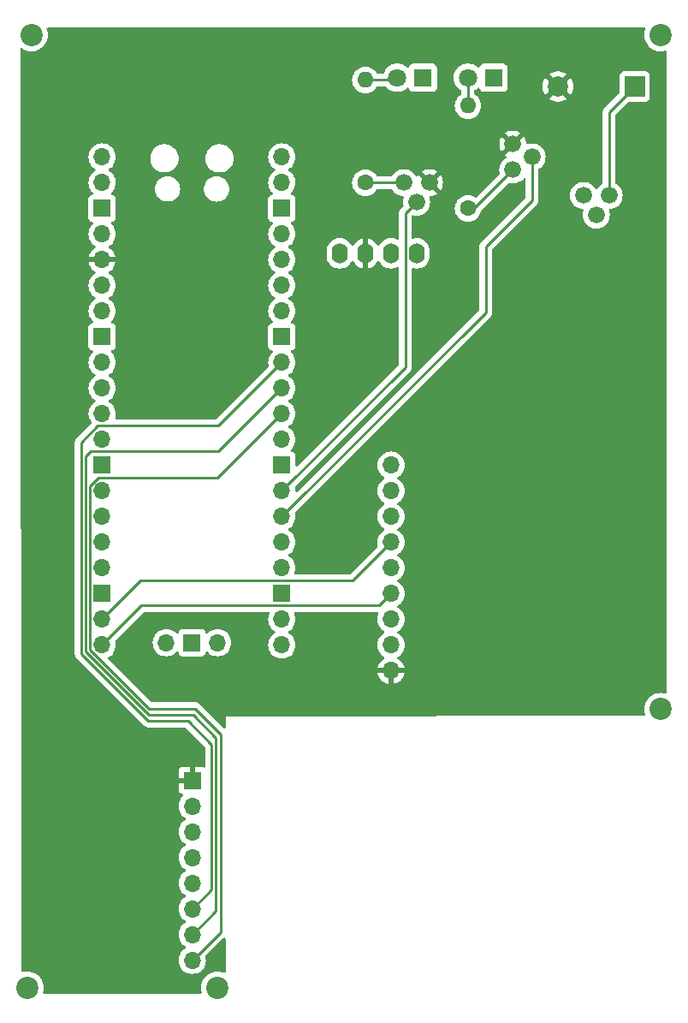
<source format=gbr>
%TF.GenerationSoftware,KiCad,Pcbnew,7.0.10+dfsg-1*%
%TF.CreationDate,2024-02-23T09:49:32+01:00*%
%TF.ProjectId,chibi_v2_1,63686962-695f-4763-925f-312e6b696361,rev?*%
%TF.SameCoordinates,Original*%
%TF.FileFunction,Copper,L1,Top*%
%TF.FilePolarity,Positive*%
%FSLAX46Y46*%
G04 Gerber Fmt 4.6, Leading zero omitted, Abs format (unit mm)*
G04 Created by KiCad (PCBNEW 7.0.10+dfsg-1) date 2024-02-23 09:49:32*
%MOMM*%
%LPD*%
G01*
G04 APERTURE LIST*
%TA.AperFunction,ComponentPad*%
%ADD10C,1.600000*%
%TD*%
%TA.AperFunction,ComponentPad*%
%ADD11O,1.600000X1.600000*%
%TD*%
%TA.AperFunction,ComponentPad*%
%ADD12R,1.800000X1.800000*%
%TD*%
%TA.AperFunction,ComponentPad*%
%ADD13C,1.800000*%
%TD*%
%TA.AperFunction,ComponentPad*%
%ADD14R,1.700000X1.700000*%
%TD*%
%TA.AperFunction,ComponentPad*%
%ADD15O,1.700000X1.700000*%
%TD*%
%TA.AperFunction,ComponentPad*%
%ADD16R,2.000000X2.000000*%
%TD*%
%TA.AperFunction,ComponentPad*%
%ADD17C,2.000000*%
%TD*%
%TA.AperFunction,ComponentPad*%
%ADD18C,1.676400*%
%TD*%
%TA.AperFunction,ComponentPad*%
%ADD19O,1.600000X2.000000*%
%TD*%
%TA.AperFunction,ViaPad*%
%ADD20C,2.200000*%
%TD*%
%TA.AperFunction,Conductor*%
%ADD21C,0.250000*%
%TD*%
G04 APERTURE END LIST*
D10*
%TO.P,R2,1*%
%TO.N,Net-(Q2-C)*%
X134620000Y-50800000D03*
D11*
%TO.P,R2,2*%
%TO.N,Net-(D1-A)*%
X134620000Y-40640000D03*
%TD*%
D12*
%TO.P,D1,1,K*%
%TO.N,GND*%
X140315000Y-40410000D03*
D13*
%TO.P,D1,2,A*%
%TO.N,Net-(D1-A)*%
X137775000Y-40410000D03*
%TD*%
D14*
%TO.P,J2,1,Pin_1*%
%TO.N,+3V3*%
X117500000Y-109920000D03*
D15*
%TO.P,J2,2,Pin_2*%
%TO.N,Net-(J2-Pin_2)*%
X117500000Y-112460000D03*
%TO.P,J2,3,Pin_3*%
%TO.N,Net-(J2-Pin_3)*%
X117500000Y-115000000D03*
%TO.P,J2,4,Pin_4*%
%TO.N,Net-(J2-Pin_4)*%
X117500000Y-117540000D03*
%TO.P,J2,5,Pin_5*%
%TO.N,Net-(J2-Pin_5)*%
X117500000Y-120080000D03*
%TO.P,J2,6,Pin_6*%
%TO.N,Net-(J2-Pin_6)*%
X117500000Y-122620000D03*
%TO.P,J2,7,Pin_7*%
%TO.N,Net-(J2-Pin_7)*%
X117500000Y-125160000D03*
%TO.P,J2,8,Pin_8*%
%TO.N,Net-(J2-Pin_8)*%
X117500000Y-127700000D03*
%TD*%
D12*
%TO.P,D2,1,K*%
%TO.N,GND*%
X147300000Y-40410000D03*
D13*
%TO.P,D2,2,A*%
%TO.N,Net-(D2-A)*%
X144760000Y-40410000D03*
%TD*%
D16*
%TO.P,BZ1,1,+*%
%TO.N,Net-(BZ1-+)*%
X161280000Y-41275000D03*
D17*
%TO.P,BZ1,2,-*%
%TO.N,+3V3*%
X153680000Y-41275000D03*
%TD*%
D10*
%TO.P,R1,1*%
%TO.N,Net-(Q3-C)*%
X144780000Y-53340000D03*
D11*
%TO.P,R1,2*%
%TO.N,Net-(D2-A)*%
X144780000Y-43180000D03*
%TD*%
D18*
%TO.P,Q3,1,C*%
%TO.N,Net-(Q3-C)*%
X149225000Y-49530000D03*
%TO.P,Q3,2,B*%
%TO.N,Net-(Pico1-GPIO11)*%
X151130000Y-48260000D03*
%TO.P,Q3,3,E*%
%TO.N,+3V3*%
X149225000Y-46990000D03*
%TD*%
%TO.P,Q2,1,C*%
%TO.N,Net-(Q2-C)*%
X138430000Y-50800000D03*
%TO.P,Q2,2,B*%
%TO.N,Net-(Pico1-GPIO10)*%
X139700000Y-52705000D03*
%TO.P,Q2,3,E*%
%TO.N,+3V3*%
X140970000Y-50800000D03*
%TD*%
%TO.P,Q1,1,C*%
%TO.N,GND*%
X156210000Y-52070000D03*
%TO.P,Q1,2,B*%
%TO.N,Net-(Pico1-GPIO9)*%
X157480000Y-53975000D03*
%TO.P,Q1,3,E*%
%TO.N,Net-(BZ1-+)*%
X158750000Y-52070000D03*
%TD*%
D19*
%TO.P,Display1,1,GND*%
%TO.N,GND*%
X132080000Y-57785000D03*
%TO.P,Display1,2,VCC*%
%TO.N,+3V3*%
X134620000Y-57785000D03*
%TO.P,Display1,3,SCL*%
%TO.N,Net-(Display1-SCL)*%
X137160000Y-57785000D03*
%TO.P,Display1,4,SDA*%
%TO.N,Net-(Display1-SDA)*%
X139700000Y-57785000D03*
%TD*%
D15*
%TO.P,Pico1,1,GPIO0*%
%TO.N,Net-(Display1-SDA)*%
X126365000Y-48260000D03*
%TO.P,Pico1,2,GPIO1*%
%TO.N,Net-(Display1-SCL)*%
X126365000Y-50800000D03*
D14*
%TO.P,Pico1,3,GND*%
%TO.N,GND*%
X126365000Y-53340000D03*
D15*
%TO.P,Pico1,4,GPIO2*%
%TO.N,Net-(J2-Pin_2)*%
X126365000Y-55880000D03*
%TO.P,Pico1,5,GPIO3*%
%TO.N,Net-(J2-Pin_3)*%
X126365000Y-58420000D03*
%TO.P,Pico1,6,GPIO4*%
%TO.N,Net-(J2-Pin_4)*%
X126365000Y-60960000D03*
%TO.P,Pico1,7,GPIO5*%
%TO.N,Net-(J2-Pin_5)*%
X126365000Y-63500000D03*
D14*
%TO.P,Pico1,8,GND*%
%TO.N,GND*%
X126365000Y-66040000D03*
D15*
%TO.P,Pico1,9,GPIO6*%
%TO.N,Net-(J2-Pin_6)*%
X126365000Y-68580000D03*
%TO.P,Pico1,10,GPIO7*%
%TO.N,Net-(J2-Pin_7)*%
X126365000Y-71120000D03*
%TO.P,Pico1,11,GPIO8*%
%TO.N,Net-(J2-Pin_8)*%
X126365000Y-73660000D03*
%TO.P,Pico1,12,GPIO9*%
%TO.N,Net-(Pico1-GPIO9)*%
X126365000Y-76200000D03*
D14*
%TO.P,Pico1,13,GND*%
%TO.N,GND*%
X126365000Y-78740000D03*
D15*
%TO.P,Pico1,14,GPIO10*%
%TO.N,Net-(Pico1-GPIO10)*%
X126365000Y-81280000D03*
%TO.P,Pico1,15,GPIO11*%
%TO.N,Net-(Pico1-GPIO11)*%
X126365000Y-83820000D03*
%TO.P,Pico1,16,GPIO12*%
%TO.N,unconnected-(Pico1-GPIO12-Pad16)*%
X126365000Y-86360000D03*
%TO.P,Pico1,17,GPIO13*%
%TO.N,unconnected-(Pico1-GPIO13-Pad17)*%
X126365000Y-88900000D03*
D14*
%TO.P,Pico1,18,GND*%
%TO.N,GND*%
X126365000Y-91440000D03*
D15*
%TO.P,Pico1,19,GPIO14*%
%TO.N,unconnected-(Pico1-GPIO14-Pad19)*%
X126365000Y-93980000D03*
%TO.P,Pico1,20,GPIO15*%
%TO.N,unconnected-(Pico1-GPIO15-Pad20)*%
X126365000Y-96520000D03*
%TO.P,Pico1,21,GPIO16*%
%TO.N,Net-(Pico1-GPIO16)*%
X108585000Y-96520000D03*
%TO.P,Pico1,22,GPIO17*%
%TO.N,Net-(Pico1-GPIO17)*%
X108585000Y-93980000D03*
D14*
%TO.P,Pico1,23,GND*%
%TO.N,unconnected-(Pico1-GND-Pad23)*%
X108585000Y-91440000D03*
D15*
%TO.P,Pico1,24,GPIO18*%
%TO.N,Net-(Pico1-GPIO18)*%
X108585000Y-88900000D03*
%TO.P,Pico1,25,GPIO19*%
%TO.N,Net-(Pico1-GPIO19)*%
X108585000Y-86360000D03*
%TO.P,Pico1,26,GPIO20*%
%TO.N,unconnected-(Pico1-GPIO20-Pad26)*%
X108585000Y-83820000D03*
%TO.P,Pico1,27,GPIO21*%
%TO.N,unconnected-(Pico1-GPIO21-Pad27)*%
X108585000Y-81280000D03*
D14*
%TO.P,Pico1,28,GND*%
%TO.N,unconnected-(Pico1-GND-Pad28)*%
X108585000Y-78740000D03*
D15*
%TO.P,Pico1,29,GPIO22*%
%TO.N,unconnected-(Pico1-GPIO22-Pad29)*%
X108585000Y-76200000D03*
%TO.P,Pico1,30,RUN*%
%TO.N,unconnected-(Pico1-RUN-Pad30)*%
X108585000Y-73660000D03*
%TO.P,Pico1,31,GPIO26_ADC0*%
%TO.N,unconnected-(Pico1-GPIO26_ADC0-Pad31)*%
X108585000Y-71120000D03*
%TO.P,Pico1,32,GPIO27_ADC1*%
%TO.N,unconnected-(Pico1-GPIO27_ADC1-Pad32)*%
X108585000Y-68580000D03*
D14*
%TO.P,Pico1,33,AGND*%
%TO.N,unconnected-(Pico1-AGND-Pad33)*%
X108585000Y-66040000D03*
D15*
%TO.P,Pico1,34,GPIO28_ADC2*%
%TO.N,unconnected-(Pico1-GPIO28_ADC2-Pad34)*%
X108585000Y-63500000D03*
%TO.P,Pico1,35,ADC_VREF*%
%TO.N,unconnected-(Pico1-ADC_VREF-Pad35)*%
X108585000Y-60960000D03*
%TO.P,Pico1,36,3V3*%
%TO.N,+3V3*%
X108585000Y-58420000D03*
%TO.P,Pico1,37,3V3_EN*%
%TO.N,unconnected-(Pico1-3V3_EN-Pad37)*%
X108585000Y-55880000D03*
D14*
%TO.P,Pico1,38,GND*%
%TO.N,GND*%
X108585000Y-53340000D03*
D15*
%TO.P,Pico1,39,VSYS*%
%TO.N,unconnected-(Pico1-VSYS-Pad39)*%
X108585000Y-50800000D03*
%TO.P,Pico1,40,VBUS*%
%TO.N,unconnected-(Pico1-VBUS-Pad40)*%
X108585000Y-48260000D03*
%TO.P,Pico1,41,SWCLK*%
%TO.N,unconnected-(Pico1-SWCLK-Pad41)*%
X120015000Y-96290000D03*
D14*
%TO.P,Pico1,42,GND*%
%TO.N,unconnected-(Pico1-GND-Pad42)*%
X117475000Y-96290000D03*
D15*
%TO.P,Pico1,43,SWDIO*%
%TO.N,unconnected-(Pico1-SWDIO-Pad43)*%
X114935000Y-96290000D03*
%TD*%
%TO.P,SDCard1,1,3v*%
%TO.N,+3V3*%
X137160000Y-99060000D03*
%TO.P,SDCard1,2,GND*%
%TO.N,GND*%
X137160000Y-96520000D03*
%TO.P,SDCard1,3,CLK*%
%TO.N,Net-(Pico1-GPIO18)*%
X137160000Y-93980000D03*
%TO.P,SDCard1,4,Slave_Output*%
%TO.N,Net-(Pico1-GPIO16)*%
X137160000Y-91440000D03*
%TO.P,SDCard1,5,Slave_Input*%
%TO.N,Net-(Pico1-GPIO19)*%
X137160000Y-88900000D03*
%TO.P,SDCard1,6,Chip_Select*%
%TO.N,Net-(Pico1-GPIO17)*%
X137160000Y-86360000D03*
%TO.P,SDCard1,7*%
%TO.N,unconnected-(SDCard1-Pad7)*%
X137160000Y-83820000D03*
%TO.P,SDCard1,8*%
%TO.N,unconnected-(SDCard1-Pad8)*%
X137160000Y-81280000D03*
%TO.P,SDCard1,9,Card_Detect*%
%TO.N,unconnected-(SDCard1-Card_Detect-Pad9)*%
X137160000Y-78740000D03*
%TD*%
D20*
%TO.N,*%
X163830000Y-102870000D03*
X101200000Y-130400000D03*
X163830000Y-36195000D03*
X101600000Y-36195000D03*
X120000000Y-130400000D03*
%TD*%
D21*
%TO.N,Net-(J2-Pin_6)*%
X119400000Y-120720000D02*
X117500000Y-122620000D01*
X119400000Y-106372792D02*
X117063604Y-104036396D01*
X106510000Y-97379493D02*
X106510000Y-76490000D01*
X106510000Y-76490000D02*
X108165000Y-74835000D01*
X113166903Y-104036396D02*
X117063604Y-104036396D01*
X113166903Y-104036396D02*
X106510000Y-97379493D01*
X108165000Y-74835000D02*
X120110000Y-74835000D01*
X120110000Y-74835000D02*
X126365000Y-68580000D01*
X119400000Y-106352792D02*
X119400000Y-120720000D01*
%TO.N,Net-(J2-Pin_7)*%
X117500000Y-125160000D02*
X119850000Y-122810000D01*
X106960000Y-77840001D02*
X107425001Y-77375000D01*
X119850000Y-122810000D02*
X119850000Y-105686396D01*
X120110000Y-77375000D02*
X126365000Y-71120000D01*
X119850000Y-105686396D02*
X117581802Y-103418198D01*
X117581802Y-103418198D02*
X113185101Y-103418198D01*
X107425001Y-77375000D02*
X120110000Y-77375000D01*
X113185101Y-103418198D02*
X106960000Y-97193097D01*
X106960000Y-97193097D02*
X106960000Y-77840001D01*
%TO.N,Net-(J2-Pin_8)*%
X117500000Y-127700000D02*
X120300000Y-124900000D01*
X108203299Y-80000000D02*
X120025000Y-80000000D01*
X120300000Y-124900000D02*
X120300000Y-105343604D01*
X120025000Y-80000000D02*
X126365000Y-73660000D01*
X113203299Y-102800000D02*
X107410000Y-97006701D01*
X120300000Y-105343604D02*
X117756396Y-102800000D01*
X107410000Y-80793299D02*
X108203299Y-80000000D01*
X117756396Y-102800000D02*
X113203299Y-102800000D01*
X107410000Y-97006701D02*
X107410000Y-80793299D01*
%TO.N,Net-(BZ1-+)*%
X158750000Y-43805000D02*
X161280000Y-41275000D01*
X158750000Y-52070000D02*
X158750000Y-43805000D01*
%TO.N,Net-(D1-A)*%
X134620000Y-40640000D02*
X137545000Y-40640000D01*
X137545000Y-40640000D02*
X137775000Y-40410000D01*
%TO.N,Net-(D2-A)*%
X144780000Y-40430000D02*
X144760000Y-40410000D01*
X144780000Y-43180000D02*
X144780000Y-40430000D01*
%TO.N,Net-(Pico1-GPIO10)*%
X139700000Y-52705000D02*
X138575000Y-53830000D01*
X138575000Y-53830000D02*
X138575000Y-69070000D01*
X138575000Y-69070000D02*
X126365000Y-81280000D01*
%TO.N,Net-(Pico1-GPIO11)*%
X151130000Y-48260000D02*
X151130000Y-52529010D01*
X146540000Y-63645000D02*
X126365000Y-83820000D01*
X146540000Y-57119010D02*
X146540000Y-63645000D01*
X151130000Y-52529010D02*
X146540000Y-57119010D01*
%TO.N,Net-(Pico1-GPIO16)*%
X137160000Y-91440000D02*
X135985000Y-92615000D01*
X135985000Y-92615000D02*
X112490000Y-92615000D01*
X112490000Y-92615000D02*
X108585000Y-96520000D01*
%TO.N,Net-(Pico1-GPIO17)*%
X112395000Y-90170000D02*
X108585000Y-93980000D01*
X133350000Y-90170000D02*
X112395000Y-90170000D01*
X137160000Y-86360000D02*
X133350000Y-90170000D01*
%TO.N,Net-(Q2-C)*%
X138430000Y-50800000D02*
X134620000Y-50800000D01*
%TO.N,Net-(Q3-C)*%
X145415000Y-53340000D02*
X144780000Y-53340000D01*
X149225000Y-49530000D02*
X145415000Y-53340000D01*
%TD*%
%TA.AperFunction,Conductor*%
%TO.N,+3V3*%
G36*
X162283538Y-35479685D02*
G01*
X162329293Y-35532489D01*
X162339237Y-35601647D01*
X162331060Y-35631453D01*
X162303126Y-35698889D01*
X162244317Y-35943848D01*
X162224551Y-36195000D01*
X162244317Y-36446151D01*
X162303126Y-36691110D01*
X162399533Y-36923859D01*
X162531160Y-37138653D01*
X162531161Y-37138656D01*
X162531164Y-37138659D01*
X162694776Y-37330224D01*
X162843066Y-37456875D01*
X162886343Y-37493838D01*
X162886346Y-37493839D01*
X163101140Y-37625466D01*
X163333889Y-37721873D01*
X163578852Y-37780683D01*
X163830000Y-37800449D01*
X164081148Y-37780683D01*
X164247406Y-37740768D01*
X164317187Y-37744259D01*
X164374005Y-37784922D01*
X164399818Y-37849849D01*
X164400352Y-37861324D01*
X164409662Y-101205874D01*
X164389987Y-101272916D01*
X164337190Y-101318679D01*
X164268033Y-101328632D01*
X164256716Y-101326466D01*
X164081152Y-101284318D01*
X164081148Y-101284317D01*
X163830000Y-101264551D01*
X163578848Y-101284317D01*
X163333889Y-101343126D01*
X163101140Y-101439533D01*
X162886346Y-101571160D01*
X162886343Y-101571161D01*
X162694776Y-101734776D01*
X162531161Y-101926343D01*
X162531160Y-101926346D01*
X162399533Y-102141140D01*
X162303126Y-102373889D01*
X162244317Y-102618848D01*
X162224551Y-102870000D01*
X162244317Y-103121151D01*
X162299779Y-103352167D01*
X162296288Y-103421950D01*
X162255624Y-103478767D01*
X162190698Y-103504580D01*
X162179489Y-103505114D01*
X120800000Y-103600000D01*
X120800000Y-104659651D01*
X120780315Y-104726690D01*
X120727511Y-104772445D01*
X120658353Y-104782389D01*
X120594797Y-104753364D01*
X120588319Y-104747332D01*
X118257199Y-102416212D01*
X118247376Y-102403950D01*
X118247155Y-102404134D01*
X118242182Y-102398122D01*
X118193172Y-102352099D01*
X118190373Y-102349386D01*
X118170873Y-102329885D01*
X118170867Y-102329880D01*
X118167682Y-102327409D01*
X118158830Y-102319848D01*
X118126978Y-102289938D01*
X118126976Y-102289936D01*
X118126973Y-102289935D01*
X118109425Y-102280288D01*
X118093159Y-102269604D01*
X118077328Y-102257324D01*
X118037245Y-102239978D01*
X118026759Y-102234841D01*
X117988490Y-102213803D01*
X117988488Y-102213802D01*
X117969089Y-102208822D01*
X117950677Y-102202518D01*
X117932294Y-102194562D01*
X117932288Y-102194560D01*
X117889156Y-102187729D01*
X117877718Y-102185361D01*
X117835416Y-102174500D01*
X117835415Y-102174500D01*
X117815380Y-102174500D01*
X117795982Y-102172973D01*
X117788558Y-102171797D01*
X117776201Y-102169840D01*
X117776200Y-102169840D01*
X117732721Y-102173950D01*
X117721052Y-102174500D01*
X113513751Y-102174500D01*
X113446712Y-102154815D01*
X113426070Y-102138181D01*
X109196478Y-97908588D01*
X109162993Y-97847265D01*
X109167977Y-97777573D01*
X109209849Y-97721640D01*
X109231748Y-97708528D01*
X109262830Y-97694035D01*
X109456401Y-97558495D01*
X109623495Y-97391401D01*
X109759035Y-97197830D01*
X109858903Y-96983663D01*
X109920063Y-96755408D01*
X109940659Y-96520000D01*
X109920536Y-96290000D01*
X113579341Y-96290000D01*
X113599936Y-96525403D01*
X113599938Y-96525413D01*
X113661094Y-96753655D01*
X113661096Y-96753659D01*
X113661097Y-96753663D01*
X113745499Y-96934663D01*
X113760965Y-96967830D01*
X113760967Y-96967834D01*
X113869281Y-97122521D01*
X113896505Y-97161401D01*
X114063599Y-97328495D01*
X114153237Y-97391260D01*
X114257165Y-97464032D01*
X114257167Y-97464033D01*
X114257170Y-97464035D01*
X114471337Y-97563903D01*
X114699592Y-97625063D01*
X114876034Y-97640500D01*
X114934999Y-97645659D01*
X114935000Y-97645659D01*
X114935001Y-97645659D01*
X114993966Y-97640500D01*
X115170408Y-97625063D01*
X115398663Y-97563903D01*
X115612830Y-97464035D01*
X115806401Y-97328495D01*
X115928329Y-97206566D01*
X115989648Y-97173084D01*
X116059340Y-97178068D01*
X116115274Y-97219939D01*
X116132189Y-97250917D01*
X116181202Y-97382328D01*
X116181206Y-97382335D01*
X116267452Y-97497544D01*
X116267455Y-97497547D01*
X116382664Y-97583793D01*
X116382671Y-97583797D01*
X116517517Y-97634091D01*
X116517516Y-97634091D01*
X116524444Y-97634835D01*
X116577127Y-97640500D01*
X118372872Y-97640499D01*
X118432483Y-97634091D01*
X118567331Y-97583796D01*
X118682546Y-97497546D01*
X118768796Y-97382331D01*
X118817810Y-97250916D01*
X118859681Y-97194984D01*
X118925145Y-97170566D01*
X118993418Y-97185417D01*
X119021673Y-97206569D01*
X119143599Y-97328495D01*
X119233237Y-97391260D01*
X119337165Y-97464032D01*
X119337167Y-97464033D01*
X119337170Y-97464035D01*
X119551337Y-97563903D01*
X119779592Y-97625063D01*
X119956034Y-97640500D01*
X120014999Y-97645659D01*
X120015000Y-97645659D01*
X120015001Y-97645659D01*
X120073966Y-97640500D01*
X120250408Y-97625063D01*
X120478663Y-97563903D01*
X120692830Y-97464035D01*
X120886401Y-97328495D01*
X121053495Y-97161401D01*
X121189035Y-96967830D01*
X121288903Y-96753663D01*
X121350063Y-96525408D01*
X121370659Y-96290000D01*
X121350063Y-96054592D01*
X121288903Y-95826337D01*
X121189035Y-95612171D01*
X121097540Y-95481501D01*
X121053494Y-95418597D01*
X120886402Y-95251506D01*
X120886395Y-95251501D01*
X120884251Y-95250000D01*
X120809518Y-95197671D01*
X120692834Y-95115967D01*
X120692830Y-95115965D01*
X120692828Y-95115964D01*
X120478663Y-95016097D01*
X120478659Y-95016096D01*
X120478655Y-95016094D01*
X120250413Y-94954938D01*
X120250403Y-94954936D01*
X120015001Y-94934341D01*
X120014999Y-94934341D01*
X119779596Y-94954936D01*
X119779586Y-94954938D01*
X119551344Y-95016094D01*
X119551335Y-95016098D01*
X119337171Y-95115964D01*
X119337169Y-95115965D01*
X119143600Y-95251503D01*
X119021673Y-95373430D01*
X118960350Y-95406914D01*
X118890658Y-95401930D01*
X118834725Y-95360058D01*
X118817810Y-95329081D01*
X118768797Y-95197671D01*
X118768793Y-95197664D01*
X118682547Y-95082455D01*
X118682544Y-95082452D01*
X118567335Y-94996206D01*
X118567328Y-94996202D01*
X118432482Y-94945908D01*
X118432483Y-94945908D01*
X118372883Y-94939501D01*
X118372881Y-94939500D01*
X118372873Y-94939500D01*
X118372864Y-94939500D01*
X116577129Y-94939500D01*
X116577123Y-94939501D01*
X116517516Y-94945908D01*
X116382671Y-94996202D01*
X116382664Y-94996206D01*
X116267455Y-95082452D01*
X116267452Y-95082455D01*
X116181206Y-95197664D01*
X116181203Y-95197669D01*
X116132189Y-95329083D01*
X116090317Y-95385016D01*
X116024853Y-95409433D01*
X115956580Y-95394581D01*
X115928326Y-95373430D01*
X115806402Y-95251506D01*
X115806395Y-95251501D01*
X115804251Y-95250000D01*
X115729518Y-95197671D01*
X115612834Y-95115967D01*
X115612830Y-95115965D01*
X115612828Y-95115964D01*
X115398663Y-95016097D01*
X115398659Y-95016096D01*
X115398655Y-95016094D01*
X115170413Y-94954938D01*
X115170403Y-94954936D01*
X114935001Y-94934341D01*
X114934999Y-94934341D01*
X114699596Y-94954936D01*
X114699586Y-94954938D01*
X114471344Y-95016094D01*
X114471335Y-95016098D01*
X114257171Y-95115964D01*
X114257169Y-95115965D01*
X114063597Y-95251505D01*
X113896505Y-95418597D01*
X113760965Y-95612169D01*
X113760964Y-95612171D01*
X113661098Y-95826335D01*
X113661094Y-95826344D01*
X113599938Y-96054586D01*
X113599936Y-96054596D01*
X113579341Y-96289999D01*
X113579341Y-96290000D01*
X109920536Y-96290000D01*
X109920063Y-96284592D01*
X109893143Y-96184125D01*
X109894806Y-96114276D01*
X109925235Y-96064353D01*
X112712772Y-93276819D01*
X112774095Y-93243334D01*
X112800453Y-93240500D01*
X125025081Y-93240500D01*
X125092120Y-93260185D01*
X125137875Y-93312989D01*
X125147819Y-93382147D01*
X125137463Y-93416905D01*
X125091098Y-93516335D01*
X125091094Y-93516344D01*
X125029938Y-93744586D01*
X125029936Y-93744596D01*
X125009341Y-93979999D01*
X125009341Y-93980000D01*
X125029936Y-94215403D01*
X125029938Y-94215413D01*
X125091094Y-94443655D01*
X125091096Y-94443659D01*
X125091097Y-94443663D01*
X125190965Y-94657830D01*
X125190967Y-94657834D01*
X125326501Y-94851395D01*
X125326506Y-94851402D01*
X125493597Y-95018493D01*
X125493603Y-95018498D01*
X125679158Y-95148425D01*
X125722783Y-95203002D01*
X125729977Y-95272500D01*
X125698454Y-95334855D01*
X125679158Y-95351575D01*
X125493597Y-95481505D01*
X125326505Y-95648597D01*
X125190965Y-95842169D01*
X125190964Y-95842171D01*
X125091098Y-96056335D01*
X125091094Y-96056344D01*
X125029938Y-96284586D01*
X125029936Y-96284596D01*
X125009341Y-96519999D01*
X125009341Y-96520000D01*
X125029936Y-96755403D01*
X125029938Y-96755413D01*
X125091094Y-96983655D01*
X125091096Y-96983659D01*
X125091097Y-96983663D01*
X125186322Y-97187873D01*
X125190965Y-97197830D01*
X125190967Y-97197834D01*
X125260228Y-97296748D01*
X125326505Y-97391401D01*
X125493599Y-97558495D01*
X125529733Y-97583796D01*
X125687165Y-97694032D01*
X125687167Y-97694033D01*
X125687170Y-97694035D01*
X125901337Y-97793903D01*
X126129592Y-97855063D01*
X126317918Y-97871539D01*
X126364999Y-97875659D01*
X126365000Y-97875659D01*
X126365001Y-97875659D01*
X126404234Y-97872226D01*
X126600408Y-97855063D01*
X126828663Y-97793903D01*
X127042830Y-97694035D01*
X127236401Y-97558495D01*
X127403495Y-97391401D01*
X127539035Y-97197830D01*
X127638903Y-96983663D01*
X127700063Y-96755408D01*
X127720659Y-96520000D01*
X127700063Y-96284592D01*
X127638903Y-96056337D01*
X127539035Y-95842171D01*
X127403495Y-95648599D01*
X127403494Y-95648597D01*
X127236402Y-95481506D01*
X127236396Y-95481501D01*
X127050842Y-95351575D01*
X127007217Y-95296998D01*
X127000023Y-95227500D01*
X127031546Y-95165145D01*
X127050842Y-95148425D01*
X127097197Y-95115967D01*
X127236401Y-95018495D01*
X127403495Y-94851401D01*
X127539035Y-94657830D01*
X127638903Y-94443663D01*
X127700063Y-94215408D01*
X127720659Y-93980000D01*
X127700063Y-93744592D01*
X127638903Y-93516337D01*
X127592537Y-93416905D01*
X127582045Y-93347827D01*
X127610565Y-93284043D01*
X127669041Y-93245804D01*
X127704919Y-93240500D01*
X135820081Y-93240500D01*
X135887120Y-93260185D01*
X135932875Y-93312989D01*
X135942819Y-93382147D01*
X135932463Y-93416905D01*
X135886098Y-93516335D01*
X135886094Y-93516344D01*
X135824938Y-93744586D01*
X135824936Y-93744596D01*
X135804341Y-93979999D01*
X135804341Y-93980000D01*
X135824936Y-94215403D01*
X135824938Y-94215413D01*
X135886094Y-94443655D01*
X135886096Y-94443659D01*
X135886097Y-94443663D01*
X135985965Y-94657830D01*
X135985967Y-94657834D01*
X136121501Y-94851395D01*
X136121506Y-94851402D01*
X136288597Y-95018493D01*
X136288603Y-95018498D01*
X136474158Y-95148425D01*
X136517783Y-95203002D01*
X136524977Y-95272500D01*
X136493454Y-95334855D01*
X136474158Y-95351575D01*
X136288597Y-95481505D01*
X136121505Y-95648597D01*
X135985965Y-95842169D01*
X135985964Y-95842171D01*
X135886098Y-96056335D01*
X135886094Y-96056344D01*
X135824938Y-96284586D01*
X135824936Y-96284596D01*
X135804341Y-96519999D01*
X135804341Y-96520000D01*
X135824936Y-96755403D01*
X135824938Y-96755413D01*
X135886094Y-96983655D01*
X135886096Y-96983659D01*
X135886097Y-96983663D01*
X135981322Y-97187873D01*
X135985965Y-97197830D01*
X135985967Y-97197834D01*
X136121501Y-97391395D01*
X136121506Y-97391402D01*
X136288597Y-97558493D01*
X136288603Y-97558498D01*
X136324734Y-97583797D01*
X136415178Y-97647127D01*
X136474594Y-97688730D01*
X136518219Y-97743307D01*
X136525413Y-97812805D01*
X136493890Y-97875160D01*
X136474595Y-97891880D01*
X136288922Y-98021890D01*
X136288920Y-98021891D01*
X136121891Y-98188920D01*
X136121886Y-98188926D01*
X135986400Y-98382420D01*
X135986399Y-98382422D01*
X135886570Y-98596507D01*
X135886567Y-98596513D01*
X135829364Y-98809999D01*
X135829364Y-98810000D01*
X136714428Y-98810000D01*
X136691318Y-98845960D01*
X136650000Y-98986673D01*
X136650000Y-99133327D01*
X136691318Y-99274040D01*
X136714428Y-99310000D01*
X135829364Y-99310000D01*
X135886567Y-99523486D01*
X135886570Y-99523492D01*
X135986399Y-99737578D01*
X136121894Y-99931082D01*
X136288917Y-100098105D01*
X136482421Y-100233600D01*
X136696507Y-100333429D01*
X136696516Y-100333433D01*
X136910000Y-100390634D01*
X136910000Y-99506494D01*
X137014839Y-99554373D01*
X137123527Y-99570000D01*
X137196473Y-99570000D01*
X137305161Y-99554373D01*
X137410000Y-99506494D01*
X137410000Y-100390633D01*
X137623483Y-100333433D01*
X137623492Y-100333429D01*
X137837578Y-100233600D01*
X138031082Y-100098105D01*
X138198105Y-99931082D01*
X138333600Y-99737578D01*
X138433429Y-99523492D01*
X138433432Y-99523486D01*
X138490636Y-99310000D01*
X137605572Y-99310000D01*
X137628682Y-99274040D01*
X137670000Y-99133327D01*
X137670000Y-98986673D01*
X137628682Y-98845960D01*
X137605572Y-98810000D01*
X138490636Y-98810000D01*
X138490635Y-98809999D01*
X138433432Y-98596513D01*
X138433429Y-98596507D01*
X138333600Y-98382422D01*
X138333599Y-98382420D01*
X138198113Y-98188926D01*
X138198108Y-98188920D01*
X138031078Y-98021890D01*
X137845405Y-97891879D01*
X137801780Y-97837302D01*
X137794588Y-97767804D01*
X137826110Y-97705449D01*
X137845406Y-97688730D01*
X137892828Y-97655525D01*
X138031401Y-97558495D01*
X138198495Y-97391401D01*
X138334035Y-97197830D01*
X138433903Y-96983663D01*
X138495063Y-96755408D01*
X138515659Y-96520000D01*
X138495063Y-96284592D01*
X138433903Y-96056337D01*
X138334035Y-95842171D01*
X138198495Y-95648599D01*
X138198494Y-95648597D01*
X138031402Y-95481506D01*
X138031396Y-95481501D01*
X137845842Y-95351575D01*
X137802217Y-95296998D01*
X137795023Y-95227500D01*
X137826546Y-95165145D01*
X137845842Y-95148425D01*
X137892197Y-95115967D01*
X138031401Y-95018495D01*
X138198495Y-94851401D01*
X138334035Y-94657830D01*
X138433903Y-94443663D01*
X138495063Y-94215408D01*
X138515659Y-93980000D01*
X138495063Y-93744592D01*
X138433903Y-93516337D01*
X138334035Y-93302171D01*
X138316284Y-93276819D01*
X138198494Y-93108597D01*
X138031402Y-92941506D01*
X138031396Y-92941501D01*
X137845842Y-92811575D01*
X137802217Y-92756998D01*
X137795023Y-92687500D01*
X137826546Y-92625145D01*
X137845842Y-92608425D01*
X137868026Y-92592891D01*
X138031401Y-92478495D01*
X138198495Y-92311401D01*
X138334035Y-92117830D01*
X138433903Y-91903663D01*
X138495063Y-91675408D01*
X138515659Y-91440000D01*
X138495063Y-91204592D01*
X138433903Y-90976337D01*
X138334035Y-90762171D01*
X138324546Y-90748618D01*
X138198494Y-90568597D01*
X138031402Y-90401506D01*
X138031396Y-90401501D01*
X137845842Y-90271575D01*
X137802217Y-90216998D01*
X137795023Y-90147500D01*
X137826546Y-90085145D01*
X137845842Y-90068425D01*
X137958054Y-89989853D01*
X138031401Y-89938495D01*
X138198495Y-89771401D01*
X138334035Y-89577830D01*
X138433903Y-89363663D01*
X138495063Y-89135408D01*
X138515659Y-88900000D01*
X138495063Y-88664592D01*
X138433903Y-88436337D01*
X138334035Y-88222171D01*
X138198495Y-88028599D01*
X138198494Y-88028597D01*
X138031402Y-87861506D01*
X138031396Y-87861501D01*
X137845842Y-87731575D01*
X137802217Y-87676998D01*
X137795023Y-87607500D01*
X137826546Y-87545145D01*
X137845842Y-87528425D01*
X137868026Y-87512891D01*
X138031401Y-87398495D01*
X138198495Y-87231401D01*
X138334035Y-87037830D01*
X138433903Y-86823663D01*
X138495063Y-86595408D01*
X138515659Y-86360000D01*
X138495063Y-86124592D01*
X138433903Y-85896337D01*
X138334035Y-85682171D01*
X138198495Y-85488599D01*
X138198494Y-85488597D01*
X138031402Y-85321506D01*
X138031396Y-85321501D01*
X137845842Y-85191575D01*
X137802217Y-85136998D01*
X137795023Y-85067500D01*
X137826546Y-85005145D01*
X137845842Y-84988425D01*
X137868026Y-84972891D01*
X138031401Y-84858495D01*
X138198495Y-84691401D01*
X138334035Y-84497830D01*
X138433903Y-84283663D01*
X138495063Y-84055408D01*
X138515659Y-83820000D01*
X138495063Y-83584592D01*
X138433903Y-83356337D01*
X138334035Y-83142171D01*
X138198495Y-82948599D01*
X138198494Y-82948597D01*
X138031402Y-82781506D01*
X138031396Y-82781501D01*
X137845842Y-82651575D01*
X137802217Y-82596998D01*
X137795023Y-82527500D01*
X137826546Y-82465145D01*
X137845842Y-82448425D01*
X137868026Y-82432891D01*
X138031401Y-82318495D01*
X138198495Y-82151401D01*
X138334035Y-81957830D01*
X138433903Y-81743663D01*
X138495063Y-81515408D01*
X138515659Y-81280000D01*
X138495063Y-81044592D01*
X138433903Y-80816337D01*
X138334035Y-80602171D01*
X138327217Y-80592433D01*
X138198494Y-80408597D01*
X138031402Y-80241506D01*
X138031396Y-80241501D01*
X137845842Y-80111575D01*
X137802217Y-80056998D01*
X137795023Y-79987500D01*
X137826546Y-79925145D01*
X137845842Y-79908425D01*
X137868026Y-79892891D01*
X138031401Y-79778495D01*
X138198495Y-79611401D01*
X138334035Y-79417830D01*
X138433903Y-79203663D01*
X138495063Y-78975408D01*
X138515659Y-78740000D01*
X138495063Y-78504592D01*
X138433903Y-78276337D01*
X138334035Y-78062171D01*
X138298700Y-78011706D01*
X138198494Y-77868597D01*
X138031402Y-77701506D01*
X138031395Y-77701501D01*
X137837834Y-77565967D01*
X137837830Y-77565965D01*
X137837828Y-77565964D01*
X137623663Y-77466097D01*
X137623659Y-77466096D01*
X137623655Y-77466094D01*
X137395413Y-77404938D01*
X137395403Y-77404936D01*
X137160001Y-77384341D01*
X137159999Y-77384341D01*
X136924596Y-77404936D01*
X136924586Y-77404938D01*
X136696344Y-77466094D01*
X136696335Y-77466098D01*
X136482171Y-77565964D01*
X136482169Y-77565965D01*
X136288597Y-77701505D01*
X136121505Y-77868597D01*
X135985965Y-78062169D01*
X135985964Y-78062171D01*
X135886098Y-78276335D01*
X135886094Y-78276344D01*
X135824938Y-78504586D01*
X135824936Y-78504596D01*
X135804341Y-78739999D01*
X135804341Y-78740000D01*
X135824936Y-78975403D01*
X135824938Y-78975413D01*
X135886094Y-79203655D01*
X135886096Y-79203659D01*
X135886097Y-79203663D01*
X135907938Y-79250500D01*
X135985965Y-79417830D01*
X135985967Y-79417834D01*
X136121501Y-79611395D01*
X136121506Y-79611402D01*
X136288597Y-79778493D01*
X136288603Y-79778498D01*
X136474158Y-79908425D01*
X136517783Y-79963002D01*
X136524977Y-80032500D01*
X136493454Y-80094855D01*
X136474158Y-80111575D01*
X136288597Y-80241505D01*
X136121505Y-80408597D01*
X135985965Y-80602169D01*
X135985964Y-80602171D01*
X135886098Y-80816335D01*
X135886094Y-80816344D01*
X135824938Y-81044586D01*
X135824936Y-81044596D01*
X135804341Y-81279999D01*
X135804341Y-81280000D01*
X135824936Y-81515403D01*
X135824938Y-81515413D01*
X135886094Y-81743655D01*
X135886096Y-81743659D01*
X135886097Y-81743663D01*
X135985965Y-81957830D01*
X135985967Y-81957834D01*
X136121501Y-82151395D01*
X136121506Y-82151402D01*
X136288597Y-82318493D01*
X136288603Y-82318498D01*
X136474158Y-82448425D01*
X136517783Y-82503002D01*
X136524977Y-82572500D01*
X136493454Y-82634855D01*
X136474158Y-82651575D01*
X136288597Y-82781505D01*
X136121505Y-82948597D01*
X135985965Y-83142169D01*
X135985964Y-83142171D01*
X135886098Y-83356335D01*
X135886094Y-83356344D01*
X135824938Y-83584586D01*
X135824936Y-83584596D01*
X135804341Y-83819999D01*
X135804341Y-83820000D01*
X135824936Y-84055403D01*
X135824938Y-84055413D01*
X135886094Y-84283655D01*
X135886096Y-84283659D01*
X135886097Y-84283663D01*
X135985965Y-84497830D01*
X135985967Y-84497834D01*
X136121501Y-84691395D01*
X136121506Y-84691402D01*
X136288597Y-84858493D01*
X136288603Y-84858498D01*
X136474158Y-84988425D01*
X136517783Y-85043002D01*
X136524977Y-85112500D01*
X136493454Y-85174855D01*
X136474158Y-85191575D01*
X136288597Y-85321505D01*
X136121505Y-85488597D01*
X135985965Y-85682169D01*
X135985964Y-85682171D01*
X135886098Y-85896335D01*
X135886094Y-85896344D01*
X135824938Y-86124586D01*
X135824936Y-86124596D01*
X135804341Y-86359999D01*
X135804341Y-86360000D01*
X135824936Y-86595403D01*
X135824938Y-86595413D01*
X135851856Y-86695872D01*
X135850193Y-86765722D01*
X135819762Y-86815646D01*
X133127228Y-89508181D01*
X133065905Y-89541666D01*
X133039547Y-89544500D01*
X127749218Y-89544500D01*
X127682179Y-89524815D01*
X127636424Y-89472011D01*
X127626480Y-89402853D01*
X127636837Y-89368094D01*
X127638900Y-89363669D01*
X127638903Y-89363663D01*
X127700063Y-89135408D01*
X127720659Y-88900000D01*
X127700063Y-88664592D01*
X127638903Y-88436337D01*
X127539035Y-88222171D01*
X127403495Y-88028599D01*
X127403494Y-88028597D01*
X127236402Y-87861506D01*
X127236396Y-87861501D01*
X127050842Y-87731575D01*
X127007217Y-87676998D01*
X127000023Y-87607500D01*
X127031546Y-87545145D01*
X127050842Y-87528425D01*
X127073026Y-87512891D01*
X127236401Y-87398495D01*
X127403495Y-87231401D01*
X127539035Y-87037830D01*
X127638903Y-86823663D01*
X127700063Y-86595408D01*
X127720659Y-86360000D01*
X127700063Y-86124592D01*
X127638903Y-85896337D01*
X127539035Y-85682171D01*
X127403495Y-85488599D01*
X127403494Y-85488597D01*
X127236402Y-85321506D01*
X127236396Y-85321501D01*
X127050842Y-85191575D01*
X127007217Y-85136998D01*
X127000023Y-85067500D01*
X127031546Y-85005145D01*
X127050842Y-84988425D01*
X127073026Y-84972891D01*
X127236401Y-84858495D01*
X127403495Y-84691401D01*
X127539035Y-84497830D01*
X127638903Y-84283663D01*
X127700063Y-84055408D01*
X127720659Y-83820000D01*
X127700063Y-83584592D01*
X127673143Y-83484125D01*
X127674806Y-83414276D01*
X127705235Y-83364353D01*
X146923786Y-64145802D01*
X146936048Y-64135980D01*
X146935865Y-64135759D01*
X146941868Y-64130791D01*
X146941877Y-64130786D01*
X146987934Y-64081739D01*
X146990582Y-64079006D01*
X147010120Y-64059470D01*
X147012570Y-64056310D01*
X147020154Y-64047429D01*
X147050062Y-64015582D01*
X147059714Y-63998023D01*
X147070389Y-63981772D01*
X147082674Y-63965936D01*
X147100030Y-63925825D01*
X147105161Y-63915354D01*
X147126194Y-63877098D01*
X147126194Y-63877097D01*
X147126197Y-63877092D01*
X147131180Y-63857680D01*
X147137477Y-63839291D01*
X147145438Y-63820895D01*
X147152270Y-63777748D01*
X147154639Y-63766316D01*
X147162574Y-63735413D01*
X147165500Y-63724019D01*
X147165500Y-63703983D01*
X147167027Y-63684582D01*
X147170160Y-63664804D01*
X147166050Y-63621324D01*
X147165500Y-63609655D01*
X147165500Y-57429462D01*
X147185185Y-57362423D01*
X147201819Y-57341781D01*
X149341431Y-55202169D01*
X151513788Y-53029811D01*
X151526042Y-53019996D01*
X151525859Y-53019774D01*
X151531868Y-53014801D01*
X151531877Y-53014796D01*
X151577949Y-52965732D01*
X151580566Y-52963033D01*
X151600120Y-52943481D01*
X151602576Y-52940313D01*
X151610156Y-52931437D01*
X151640062Y-52899592D01*
X151649713Y-52882034D01*
X151660396Y-52865771D01*
X151672673Y-52849946D01*
X151690021Y-52809854D01*
X151695151Y-52799381D01*
X151716197Y-52761102D01*
X151721180Y-52741690D01*
X151727481Y-52723290D01*
X151735437Y-52704906D01*
X151742270Y-52661758D01*
X151744633Y-52650348D01*
X151755500Y-52608029D01*
X151755500Y-52587993D01*
X151757027Y-52568592D01*
X151760160Y-52548814D01*
X151756050Y-52505334D01*
X151755500Y-52493665D01*
X151755500Y-52070000D01*
X154866186Y-52070000D01*
X154886601Y-52303346D01*
X154886603Y-52303356D01*
X154947225Y-52529603D01*
X154947227Y-52529607D01*
X154947228Y-52529611D01*
X155046223Y-52741907D01*
X155180579Y-52933787D01*
X155346213Y-53099421D01*
X155538093Y-53233777D01*
X155750389Y-53332772D01*
X155750395Y-53332773D01*
X155750396Y-53332774D01*
X155777357Y-53339998D01*
X155976649Y-53393398D01*
X156096441Y-53403878D01*
X156161509Y-53429330D01*
X156202488Y-53485921D01*
X156206366Y-53555683D01*
X156205408Y-53559499D01*
X156156603Y-53741643D01*
X156156601Y-53741653D01*
X156136186Y-53974999D01*
X156136186Y-53975000D01*
X156156601Y-54208346D01*
X156156603Y-54208356D01*
X156217225Y-54434603D01*
X156217227Y-54434607D01*
X156217228Y-54434611D01*
X156316223Y-54646907D01*
X156450579Y-54838787D01*
X156616213Y-55004421D01*
X156808093Y-55138777D01*
X157020389Y-55237772D01*
X157246649Y-55298398D01*
X157433329Y-55314730D01*
X157479999Y-55318814D01*
X157480000Y-55318814D01*
X157480001Y-55318814D01*
X157518891Y-55315411D01*
X157713351Y-55298398D01*
X157939611Y-55237772D01*
X158151907Y-55138777D01*
X158343787Y-55004421D01*
X158509421Y-54838787D01*
X158643777Y-54646907D01*
X158742772Y-54434611D01*
X158803398Y-54208351D01*
X158823814Y-53975000D01*
X158823181Y-53967770D01*
X158809395Y-53810194D01*
X158803398Y-53741649D01*
X158754591Y-53559498D01*
X158756254Y-53489650D01*
X158795416Y-53431787D01*
X158859645Y-53404283D01*
X158863517Y-53403882D01*
X158983351Y-53393398D01*
X159209611Y-53332772D01*
X159421907Y-53233777D01*
X159613787Y-53099421D01*
X159779421Y-52933787D01*
X159913777Y-52741907D01*
X160012772Y-52529611D01*
X160073398Y-52303351D01*
X160093814Y-52070000D01*
X160093181Y-52062770D01*
X160083780Y-51955318D01*
X160073398Y-51836649D01*
X160020000Y-51637364D01*
X160012774Y-51610396D01*
X160012773Y-51610395D01*
X160012772Y-51610389D01*
X159913777Y-51398093D01*
X159779421Y-51206213D01*
X159613787Y-51040579D01*
X159428375Y-50910752D01*
X159384751Y-50856176D01*
X159375500Y-50809178D01*
X159375500Y-44115451D01*
X159395185Y-44048412D01*
X159411814Y-44027775D01*
X160627771Y-42811817D01*
X160689094Y-42778333D01*
X160715452Y-42775499D01*
X162327871Y-42775499D01*
X162327872Y-42775499D01*
X162387483Y-42769091D01*
X162522331Y-42718796D01*
X162637546Y-42632546D01*
X162723796Y-42517331D01*
X162774091Y-42382483D01*
X162780500Y-42322873D01*
X162780499Y-40227128D01*
X162774091Y-40167517D01*
X162730778Y-40051390D01*
X162723797Y-40032671D01*
X162723793Y-40032664D01*
X162637547Y-39917455D01*
X162637544Y-39917452D01*
X162522335Y-39831206D01*
X162522328Y-39831202D01*
X162387482Y-39780908D01*
X162387483Y-39780908D01*
X162327883Y-39774501D01*
X162327881Y-39774500D01*
X162327873Y-39774500D01*
X162327864Y-39774500D01*
X160232129Y-39774500D01*
X160232123Y-39774501D01*
X160172516Y-39780908D01*
X160037671Y-39831202D01*
X160037664Y-39831206D01*
X159922455Y-39917452D01*
X159922452Y-39917455D01*
X159836206Y-40032664D01*
X159836202Y-40032671D01*
X159785908Y-40167517D01*
X159783114Y-40193511D01*
X159779501Y-40227123D01*
X159779500Y-40227135D01*
X159779500Y-41839546D01*
X159759815Y-41906585D01*
X159743181Y-41927227D01*
X158366208Y-43304199D01*
X158353951Y-43314020D01*
X158354134Y-43314241D01*
X158348122Y-43319214D01*
X158302098Y-43368223D01*
X158299391Y-43371016D01*
X158279889Y-43390517D01*
X158279875Y-43390534D01*
X158277407Y-43393715D01*
X158269843Y-43402570D01*
X158239937Y-43434418D01*
X158239936Y-43434420D01*
X158230284Y-43451976D01*
X158219610Y-43468226D01*
X158207329Y-43484061D01*
X158207324Y-43484068D01*
X158189975Y-43524158D01*
X158184838Y-43534644D01*
X158163803Y-43572906D01*
X158158822Y-43592307D01*
X158152521Y-43610710D01*
X158144562Y-43629102D01*
X158144561Y-43629105D01*
X158137728Y-43672243D01*
X158135360Y-43683674D01*
X158124501Y-43725971D01*
X158124500Y-43725982D01*
X158124500Y-43746016D01*
X158122973Y-43765415D01*
X158119840Y-43785194D01*
X158119840Y-43785195D01*
X158123950Y-43828674D01*
X158124500Y-43840343D01*
X158124500Y-50809178D01*
X158104815Y-50876217D01*
X158071625Y-50910751D01*
X157886213Y-51040579D01*
X157886211Y-51040580D01*
X157886208Y-51040583D01*
X157720583Y-51206208D01*
X157720580Y-51206211D01*
X157720579Y-51206213D01*
X157586223Y-51398093D01*
X157583118Y-51402528D01*
X157581680Y-51401521D01*
X157536810Y-51444297D01*
X157468202Y-51457513D01*
X157403340Y-51431540D01*
X157377702Y-51401953D01*
X157376882Y-51402528D01*
X157373777Y-51398093D01*
X157239421Y-51206213D01*
X157073787Y-51040579D01*
X156881907Y-50906223D01*
X156669611Y-50807228D01*
X156669607Y-50807227D01*
X156669603Y-50807225D01*
X156443356Y-50746603D01*
X156443346Y-50746601D01*
X156210001Y-50726186D01*
X156209999Y-50726186D01*
X155976653Y-50746601D01*
X155976643Y-50746603D01*
X155750396Y-50807225D01*
X155750389Y-50807227D01*
X155750389Y-50807228D01*
X155538093Y-50906223D01*
X155346213Y-51040579D01*
X155346211Y-51040580D01*
X155346208Y-51040583D01*
X155180583Y-51206208D01*
X155180580Y-51206211D01*
X155180579Y-51206213D01*
X155046223Y-51398093D01*
X154974036Y-51552900D01*
X154947229Y-51610387D01*
X154947225Y-51610396D01*
X154886603Y-51836643D01*
X154886601Y-51836653D01*
X154866186Y-52069999D01*
X154866186Y-52070000D01*
X151755500Y-52070000D01*
X151755500Y-49520821D01*
X151775185Y-49453782D01*
X151808372Y-49419250D01*
X151993787Y-49289421D01*
X152159421Y-49123787D01*
X152293777Y-48931907D01*
X152392772Y-48719611D01*
X152453398Y-48493351D01*
X152473814Y-48260000D01*
X152453398Y-48026649D01*
X152392772Y-47800389D01*
X152293777Y-47588093D01*
X152159421Y-47396213D01*
X151993787Y-47230579D01*
X151801907Y-47096223D01*
X151589611Y-46997228D01*
X151589607Y-46997227D01*
X151589603Y-46997225D01*
X151363356Y-46936603D01*
X151363346Y-46936601D01*
X151130001Y-46916186D01*
X151129999Y-46916186D01*
X150896653Y-46936601D01*
X150896643Y-46936603D01*
X150714009Y-46985539D01*
X150644159Y-46983876D01*
X150586297Y-46944713D01*
X150558793Y-46880484D01*
X150558388Y-46876571D01*
X150547904Y-46756741D01*
X150547902Y-46756731D01*
X150487302Y-46530567D01*
X150487298Y-46530558D01*
X150388342Y-46318345D01*
X150388341Y-46318343D01*
X150331453Y-46237099D01*
X150331453Y-46237098D01*
X149628547Y-46940004D01*
X149616327Y-46862850D01*
X149557883Y-46748146D01*
X149466854Y-46657117D01*
X149352150Y-46598673D01*
X149274994Y-46586452D01*
X149977900Y-45883546D01*
X149977899Y-45883545D01*
X149896656Y-45826658D01*
X149896654Y-45826657D01*
X149684441Y-45727701D01*
X149684432Y-45727697D01*
X149458268Y-45667097D01*
X149458258Y-45667095D01*
X149225002Y-45646688D01*
X149224998Y-45646688D01*
X148991741Y-45667095D01*
X148991731Y-45667097D01*
X148765567Y-45727697D01*
X148765558Y-45727701D01*
X148553341Y-45826659D01*
X148472099Y-45883544D01*
X148472098Y-45883545D01*
X149175006Y-46586452D01*
X149097850Y-46598673D01*
X148983146Y-46657117D01*
X148892117Y-46748146D01*
X148833673Y-46862850D01*
X148821452Y-46940005D01*
X148118545Y-46237098D01*
X148118544Y-46237099D01*
X148061659Y-46318341D01*
X147962701Y-46530558D01*
X147962697Y-46530567D01*
X147902097Y-46756731D01*
X147902095Y-46756741D01*
X147881688Y-46989998D01*
X147881688Y-46990001D01*
X147902095Y-47223258D01*
X147902097Y-47223268D01*
X147962697Y-47449432D01*
X147962701Y-47449441D01*
X148061657Y-47661654D01*
X148061658Y-47661656D01*
X148118545Y-47742899D01*
X148118546Y-47742900D01*
X148821452Y-47039993D01*
X148833673Y-47117150D01*
X148892117Y-47231854D01*
X148983146Y-47322883D01*
X149097850Y-47381327D01*
X149175005Y-47393547D01*
X148472098Y-48096453D01*
X148557779Y-48156447D01*
X148556817Y-48157820D01*
X148599786Y-48202872D01*
X148613019Y-48271477D01*
X148587061Y-48336346D01*
X148557017Y-48362388D01*
X148557528Y-48363118D01*
X148553094Y-48366222D01*
X148553093Y-48366223D01*
X148361213Y-48500579D01*
X148361211Y-48500580D01*
X148361208Y-48500583D01*
X148195583Y-48666208D01*
X148195580Y-48666211D01*
X148195579Y-48666213D01*
X148061223Y-48858093D01*
X147975674Y-49041555D01*
X147962229Y-49070387D01*
X147962225Y-49070396D01*
X147901603Y-49296643D01*
X147901601Y-49296653D01*
X147881186Y-49529999D01*
X147881186Y-49530000D01*
X147901601Y-49763346D01*
X147901604Y-49763359D01*
X147926490Y-49856239D01*
X147924827Y-49926089D01*
X147894396Y-49976012D01*
X145640550Y-52229857D01*
X145579227Y-52263342D01*
X145509535Y-52258358D01*
X145481749Y-52243753D01*
X145432734Y-52209432D01*
X145418572Y-52202828D01*
X145226497Y-52113261D01*
X145226488Y-52113258D01*
X145006697Y-52054366D01*
X145006693Y-52054365D01*
X145006692Y-52054365D01*
X145006691Y-52054364D01*
X145006686Y-52054364D01*
X144780002Y-52034532D01*
X144779998Y-52034532D01*
X144553313Y-52054364D01*
X144553302Y-52054366D01*
X144333511Y-52113258D01*
X144333502Y-52113261D01*
X144127267Y-52209431D01*
X144127265Y-52209432D01*
X143940858Y-52339954D01*
X143779954Y-52500858D01*
X143649432Y-52687265D01*
X143649431Y-52687267D01*
X143553261Y-52893502D01*
X143553258Y-52893511D01*
X143494366Y-53113302D01*
X143494364Y-53113313D01*
X143474532Y-53339998D01*
X143474532Y-53340001D01*
X143494364Y-53566686D01*
X143494366Y-53566697D01*
X143553258Y-53786488D01*
X143553261Y-53786497D01*
X143649431Y-53992732D01*
X143649432Y-53992734D01*
X143779954Y-54179141D01*
X143940858Y-54340045D01*
X143940861Y-54340047D01*
X144127266Y-54470568D01*
X144333504Y-54566739D01*
X144553308Y-54625635D01*
X144715230Y-54639801D01*
X144779998Y-54645468D01*
X144780000Y-54645468D01*
X144780002Y-54645468D01*
X144836673Y-54640509D01*
X145006692Y-54625635D01*
X145226496Y-54566739D01*
X145432734Y-54470568D01*
X145619139Y-54340047D01*
X145780047Y-54179139D01*
X145910568Y-53992734D01*
X146006739Y-53786496D01*
X146008273Y-53780773D01*
X146042212Y-53654105D01*
X146054377Y-53608705D01*
X146086468Y-53553120D01*
X148778988Y-50860600D01*
X148840309Y-50827117D01*
X148898759Y-50828507D01*
X148991649Y-50853398D01*
X149204583Y-50872027D01*
X149224999Y-50873814D01*
X149225000Y-50873814D01*
X149225001Y-50873814D01*
X149263891Y-50870411D01*
X149458351Y-50853398D01*
X149684611Y-50792772D01*
X149896907Y-50693777D01*
X150088787Y-50559421D01*
X150254421Y-50393787D01*
X150278927Y-50358787D01*
X150333502Y-50315166D01*
X150403001Y-50307973D01*
X150465355Y-50339495D01*
X150500769Y-50399725D01*
X150504500Y-50429914D01*
X150504500Y-52218556D01*
X150484815Y-52285595D01*
X150468181Y-52306237D01*
X146156208Y-56618209D01*
X146143951Y-56628030D01*
X146144134Y-56628251D01*
X146138122Y-56633224D01*
X146092098Y-56682233D01*
X146089391Y-56685026D01*
X146069889Y-56704527D01*
X146069875Y-56704544D01*
X146067407Y-56707725D01*
X146059843Y-56716580D01*
X146029937Y-56748428D01*
X146029936Y-56748430D01*
X146020284Y-56765986D01*
X146009610Y-56782236D01*
X145997329Y-56798071D01*
X145997324Y-56798078D01*
X145979975Y-56838168D01*
X145974838Y-56848654D01*
X145953803Y-56886916D01*
X145948822Y-56906317D01*
X145942521Y-56924720D01*
X145934562Y-56943112D01*
X145934561Y-56943115D01*
X145927728Y-56986253D01*
X145925360Y-56997684D01*
X145914501Y-57039981D01*
X145914500Y-57039992D01*
X145914500Y-57060026D01*
X145912973Y-57079425D01*
X145909840Y-57099204D01*
X145909840Y-57099205D01*
X145913950Y-57142684D01*
X145914500Y-57154353D01*
X145914500Y-63334547D01*
X145894815Y-63401586D01*
X145878181Y-63422228D01*
X127932340Y-81368069D01*
X127871017Y-81401554D01*
X127801325Y-81396570D01*
X127745392Y-81354698D01*
X127720975Y-81289234D01*
X127720659Y-81280388D01*
X127720659Y-81279999D01*
X127700063Y-81044596D01*
X127700063Y-81044592D01*
X127673143Y-80944125D01*
X127674806Y-80874276D01*
X127705235Y-80824353D01*
X138958786Y-69570802D01*
X138971048Y-69560980D01*
X138970865Y-69560759D01*
X138976868Y-69555791D01*
X138976877Y-69555786D01*
X139022934Y-69506739D01*
X139025582Y-69504006D01*
X139045120Y-69484470D01*
X139047570Y-69481310D01*
X139055154Y-69472429D01*
X139085062Y-69440582D01*
X139094714Y-69423023D01*
X139105389Y-69406772D01*
X139117674Y-69390936D01*
X139135030Y-69350825D01*
X139140161Y-69340354D01*
X139161194Y-69302098D01*
X139161194Y-69302097D01*
X139161197Y-69302092D01*
X139166180Y-69282680D01*
X139172477Y-69264291D01*
X139180438Y-69245895D01*
X139187270Y-69202748D01*
X139189639Y-69191316D01*
X139200499Y-69149022D01*
X139200500Y-69149017D01*
X139200500Y-69128983D01*
X139202027Y-69109582D01*
X139205160Y-69089804D01*
X139201050Y-69046324D01*
X139200500Y-69034655D01*
X139200500Y-59359136D01*
X139220185Y-59292097D01*
X139272989Y-59246342D01*
X139342147Y-59236398D01*
X139356582Y-59239358D01*
X139473308Y-59270635D01*
X139635230Y-59284801D01*
X139699998Y-59290468D01*
X139700000Y-59290468D01*
X139700002Y-59290468D01*
X139756673Y-59285509D01*
X139926692Y-59270635D01*
X140146496Y-59211739D01*
X140352734Y-59115568D01*
X140539139Y-58985047D01*
X140700047Y-58824139D01*
X140830568Y-58637734D01*
X140926739Y-58431496D01*
X140985635Y-58211692D01*
X141000500Y-58041784D01*
X141000500Y-57528216D01*
X140985635Y-57358308D01*
X140926739Y-57138504D01*
X140830568Y-56932266D01*
X140701846Y-56748430D01*
X140700045Y-56745858D01*
X140539141Y-56584954D01*
X140352734Y-56454432D01*
X140352732Y-56454431D01*
X140146497Y-56358261D01*
X140146488Y-56358258D01*
X139926697Y-56299366D01*
X139926693Y-56299365D01*
X139926692Y-56299365D01*
X139926691Y-56299364D01*
X139926686Y-56299364D01*
X139700002Y-56279532D01*
X139699998Y-56279532D01*
X139473313Y-56299364D01*
X139473302Y-56299366D01*
X139356593Y-56330638D01*
X139286743Y-56328975D01*
X139228881Y-56289812D01*
X139201377Y-56225583D01*
X139200500Y-56210863D01*
X139200500Y-54140452D01*
X139220185Y-54073413D01*
X139236813Y-54052776D01*
X139253987Y-54035602D01*
X139315306Y-54002118D01*
X139373759Y-54003507D01*
X139466649Y-54028398D01*
X139682623Y-54047293D01*
X139699999Y-54048814D01*
X139700000Y-54048814D01*
X139700001Y-54048814D01*
X139738891Y-54045411D01*
X139933351Y-54028398D01*
X140159611Y-53967772D01*
X140371907Y-53868777D01*
X140563787Y-53734421D01*
X140729421Y-53568787D01*
X140863777Y-53376907D01*
X140962772Y-53164611D01*
X141023398Y-52938351D01*
X141043814Y-52705000D01*
X141023398Y-52471649D01*
X140978303Y-52303351D01*
X140974460Y-52289009D01*
X140976123Y-52219159D01*
X141015286Y-52161297D01*
X141079514Y-52133793D01*
X141083428Y-52133388D01*
X141203258Y-52122904D01*
X141203268Y-52122902D01*
X141429432Y-52062302D01*
X141429441Y-52062298D01*
X141641655Y-51963342D01*
X141722900Y-51906453D01*
X141019994Y-51203547D01*
X141097150Y-51191327D01*
X141211854Y-51132883D01*
X141302883Y-51041854D01*
X141361327Y-50927150D01*
X141373547Y-50849994D01*
X142076453Y-51552900D01*
X142133342Y-51471655D01*
X142232298Y-51259441D01*
X142232302Y-51259432D01*
X142292902Y-51033268D01*
X142292904Y-51033258D01*
X142313312Y-50800001D01*
X142313312Y-50799998D01*
X142292904Y-50566741D01*
X142292902Y-50566731D01*
X142232302Y-50340567D01*
X142232298Y-50340558D01*
X142133342Y-50128345D01*
X142133341Y-50128343D01*
X142076453Y-50047099D01*
X142076453Y-50047098D01*
X141373547Y-50750004D01*
X141361327Y-50672850D01*
X141302883Y-50558146D01*
X141211854Y-50467117D01*
X141097150Y-50408673D01*
X141019994Y-50396452D01*
X141722900Y-49693546D01*
X141722899Y-49693545D01*
X141641656Y-49636658D01*
X141641654Y-49636657D01*
X141429441Y-49537701D01*
X141429432Y-49537697D01*
X141203268Y-49477097D01*
X141203258Y-49477095D01*
X140970002Y-49456688D01*
X140969998Y-49456688D01*
X140736741Y-49477095D01*
X140736731Y-49477097D01*
X140510567Y-49537697D01*
X140510558Y-49537701D01*
X140298341Y-49636659D01*
X140217099Y-49693544D01*
X140217098Y-49693545D01*
X140920006Y-50396452D01*
X140842850Y-50408673D01*
X140728146Y-50467117D01*
X140637117Y-50558146D01*
X140578673Y-50672850D01*
X140566452Y-50750005D01*
X139863544Y-50047098D01*
X139803553Y-50132778D01*
X139802187Y-50131821D01*
X139757081Y-50174808D01*
X139688471Y-50188014D01*
X139623613Y-50162029D01*
X139597614Y-50132014D01*
X139596882Y-50132528D01*
X139589630Y-50122171D01*
X139459421Y-49936213D01*
X139293787Y-49770579D01*
X139101907Y-49636223D01*
X138889611Y-49537228D01*
X138889607Y-49537227D01*
X138889603Y-49537225D01*
X138663356Y-49476603D01*
X138663346Y-49476601D01*
X138430001Y-49456186D01*
X138429999Y-49456186D01*
X138196653Y-49476601D01*
X138196643Y-49476603D01*
X137970396Y-49537225D01*
X137970389Y-49537227D01*
X137970389Y-49537228D01*
X137758093Y-49636223D01*
X137566213Y-49770579D01*
X137566211Y-49770580D01*
X137566208Y-49770583D01*
X137400583Y-49936208D01*
X137400580Y-49936211D01*
X137400579Y-49936213D01*
X137270753Y-50121624D01*
X137216176Y-50165249D01*
X137169178Y-50174500D01*
X135834188Y-50174500D01*
X135767149Y-50154815D01*
X135732613Y-50121623D01*
X135620045Y-49960858D01*
X135459141Y-49799954D01*
X135272734Y-49669432D01*
X135272732Y-49669431D01*
X135066497Y-49573261D01*
X135066488Y-49573258D01*
X134846697Y-49514366D01*
X134846693Y-49514365D01*
X134846692Y-49514365D01*
X134846691Y-49514364D01*
X134846686Y-49514364D01*
X134620002Y-49494532D01*
X134619998Y-49494532D01*
X134393313Y-49514364D01*
X134393302Y-49514366D01*
X134173511Y-49573258D01*
X134173502Y-49573261D01*
X133967267Y-49669431D01*
X133967265Y-49669432D01*
X133780858Y-49799954D01*
X133619954Y-49960858D01*
X133489432Y-50147265D01*
X133489431Y-50147267D01*
X133393261Y-50353502D01*
X133393258Y-50353511D01*
X133334366Y-50573302D01*
X133334364Y-50573313D01*
X133314532Y-50799998D01*
X133314532Y-50800001D01*
X133334364Y-51026686D01*
X133334366Y-51026697D01*
X133393258Y-51246488D01*
X133393261Y-51246497D01*
X133489431Y-51452732D01*
X133489432Y-51452734D01*
X133619954Y-51639141D01*
X133780858Y-51800045D01*
X133792202Y-51807988D01*
X133967266Y-51930568D01*
X134173504Y-52026739D01*
X134173509Y-52026740D01*
X134173511Y-52026741D01*
X134202588Y-52034532D01*
X134393308Y-52085635D01*
X134555230Y-52099801D01*
X134619998Y-52105468D01*
X134620000Y-52105468D01*
X134620002Y-52105468D01*
X134676673Y-52100509D01*
X134846692Y-52085635D01*
X135066496Y-52026739D01*
X135272734Y-51930568D01*
X135459139Y-51800047D01*
X135620047Y-51639139D01*
X135732613Y-51478377D01*
X135787189Y-51434752D01*
X135834188Y-51425500D01*
X137169178Y-51425500D01*
X137236217Y-51445185D01*
X137270751Y-51478374D01*
X137400579Y-51663787D01*
X137566213Y-51829421D01*
X137758093Y-51963777D01*
X137970389Y-52062772D01*
X137970395Y-52062773D01*
X137970396Y-52062774D01*
X137997364Y-52070000D01*
X138196649Y-52123398D01*
X138316441Y-52133878D01*
X138381509Y-52159330D01*
X138422488Y-52215921D01*
X138426366Y-52285683D01*
X138425408Y-52289499D01*
X138376603Y-52471643D01*
X138376601Y-52471653D01*
X138356186Y-52704999D01*
X138356186Y-52705000D01*
X138376601Y-52938346D01*
X138376603Y-52938356D01*
X138401490Y-53031237D01*
X138399827Y-53101087D01*
X138369396Y-53151011D01*
X138191208Y-53329199D01*
X138178951Y-53339020D01*
X138179134Y-53339241D01*
X138173122Y-53344214D01*
X138127098Y-53393223D01*
X138124391Y-53396016D01*
X138104889Y-53415517D01*
X138104875Y-53415534D01*
X138102407Y-53418715D01*
X138094843Y-53427570D01*
X138064937Y-53459418D01*
X138064936Y-53459420D01*
X138055284Y-53476976D01*
X138044610Y-53493226D01*
X138032329Y-53509061D01*
X138032324Y-53509068D01*
X138014975Y-53549158D01*
X138009838Y-53559644D01*
X137988803Y-53597906D01*
X137983822Y-53617307D01*
X137977521Y-53635710D01*
X137969562Y-53654102D01*
X137969561Y-53654105D01*
X137962728Y-53697243D01*
X137960360Y-53708674D01*
X137949501Y-53750971D01*
X137949500Y-53750982D01*
X137949500Y-53771016D01*
X137947973Y-53790415D01*
X137944840Y-53810194D01*
X137944840Y-53810195D01*
X137948950Y-53853674D01*
X137949500Y-53865343D01*
X137949500Y-56323566D01*
X137929815Y-56390605D01*
X137877011Y-56436360D01*
X137807853Y-56446304D01*
X137773095Y-56435948D01*
X137675857Y-56390605D01*
X137606496Y-56358261D01*
X137606492Y-56358260D01*
X137606488Y-56358258D01*
X137386697Y-56299366D01*
X137386693Y-56299365D01*
X137386692Y-56299365D01*
X137386691Y-56299364D01*
X137386686Y-56299364D01*
X137160002Y-56279532D01*
X137159998Y-56279532D01*
X136933313Y-56299364D01*
X136933302Y-56299366D01*
X136713511Y-56358258D01*
X136713502Y-56358261D01*
X136507267Y-56454431D01*
X136507265Y-56454432D01*
X136320858Y-56584954D01*
X136159954Y-56745858D01*
X136029433Y-56932264D01*
X136029432Y-56932266D01*
X136004258Y-56986253D01*
X136002106Y-56990867D01*
X135955933Y-57043306D01*
X135888739Y-57062457D01*
X135821858Y-57042241D01*
X135777342Y-56990865D01*
X135750135Y-56932520D01*
X135750134Y-56932518D01*
X135619657Y-56746179D01*
X135458820Y-56585342D01*
X135272482Y-56454865D01*
X135066328Y-56358734D01*
X134870000Y-56306127D01*
X134870000Y-57349498D01*
X134762315Y-57300320D01*
X134655763Y-57285000D01*
X134584237Y-57285000D01*
X134477685Y-57300320D01*
X134370000Y-57349498D01*
X134370000Y-56306127D01*
X134173671Y-56358734D01*
X133967517Y-56454865D01*
X133781179Y-56585342D01*
X133620342Y-56746179D01*
X133489867Y-56932515D01*
X133462657Y-56990867D01*
X133416484Y-57043306D01*
X133349290Y-57062457D01*
X133282409Y-57042241D01*
X133237893Y-56990865D01*
X133235742Y-56986253D01*
X133210568Y-56932266D01*
X133081846Y-56748430D01*
X133080045Y-56745858D01*
X132919141Y-56584954D01*
X132732734Y-56454432D01*
X132732732Y-56454431D01*
X132526497Y-56358261D01*
X132526488Y-56358258D01*
X132306697Y-56299366D01*
X132306693Y-56299365D01*
X132306692Y-56299365D01*
X132306691Y-56299364D01*
X132306686Y-56299364D01*
X132080002Y-56279532D01*
X132079998Y-56279532D01*
X131853313Y-56299364D01*
X131853302Y-56299366D01*
X131633511Y-56358258D01*
X131633502Y-56358261D01*
X131427267Y-56454431D01*
X131427265Y-56454432D01*
X131240858Y-56584954D01*
X131079954Y-56745858D01*
X130949432Y-56932265D01*
X130949431Y-56932267D01*
X130853261Y-57138502D01*
X130853258Y-57138511D01*
X130794366Y-57358302D01*
X130794364Y-57358312D01*
X130779500Y-57528214D01*
X130779500Y-58041785D01*
X130794364Y-58211687D01*
X130794366Y-58211697D01*
X130853258Y-58431488D01*
X130853261Y-58431497D01*
X130949431Y-58637732D01*
X130949432Y-58637734D01*
X131079954Y-58824141D01*
X131240858Y-58985045D01*
X131240861Y-58985047D01*
X131427266Y-59115568D01*
X131633504Y-59211739D01*
X131853308Y-59270635D01*
X132015230Y-59284801D01*
X132079998Y-59290468D01*
X132080000Y-59290468D01*
X132080002Y-59290468D01*
X132136673Y-59285509D01*
X132306692Y-59270635D01*
X132526496Y-59211739D01*
X132732734Y-59115568D01*
X132919139Y-58985047D01*
X133080047Y-58824139D01*
X133210568Y-58637734D01*
X133237895Y-58579129D01*
X133284064Y-58526695D01*
X133351257Y-58507542D01*
X133418139Y-58527757D01*
X133462657Y-58579133D01*
X133489865Y-58637482D01*
X133620342Y-58823820D01*
X133781179Y-58984657D01*
X133967517Y-59115134D01*
X134173673Y-59211265D01*
X134173682Y-59211269D01*
X134369999Y-59263872D01*
X134370000Y-59263871D01*
X134370000Y-58220501D01*
X134477685Y-58269680D01*
X134584237Y-58285000D01*
X134655763Y-58285000D01*
X134762315Y-58269680D01*
X134870000Y-58220501D01*
X134870000Y-59263872D01*
X135066317Y-59211269D01*
X135066326Y-59211265D01*
X135272482Y-59115134D01*
X135458820Y-58984657D01*
X135619657Y-58823820D01*
X135750132Y-58637484D01*
X135777341Y-58579134D01*
X135823513Y-58526695D01*
X135890707Y-58507542D01*
X135957588Y-58527757D01*
X136002106Y-58579133D01*
X136029431Y-58637732D01*
X136029432Y-58637734D01*
X136159954Y-58824141D01*
X136320858Y-58985045D01*
X136320861Y-58985047D01*
X136507266Y-59115568D01*
X136713504Y-59211739D01*
X136933308Y-59270635D01*
X137095230Y-59284801D01*
X137159998Y-59290468D01*
X137160000Y-59290468D01*
X137160002Y-59290468D01*
X137216673Y-59285509D01*
X137386692Y-59270635D01*
X137606496Y-59211739D01*
X137773095Y-59134051D01*
X137842173Y-59123560D01*
X137905957Y-59152080D01*
X137944196Y-59210556D01*
X137949500Y-59246434D01*
X137949500Y-68759546D01*
X137929815Y-68826585D01*
X137913181Y-68847227D01*
X127927180Y-78833228D01*
X127865857Y-78866713D01*
X127796165Y-78861729D01*
X127740232Y-78819857D01*
X127715815Y-78754393D01*
X127715499Y-78745547D01*
X127715499Y-77842129D01*
X127715498Y-77842123D01*
X127715497Y-77842116D01*
X127709091Y-77782517D01*
X127658796Y-77647669D01*
X127658795Y-77647668D01*
X127658793Y-77647664D01*
X127572547Y-77532455D01*
X127572544Y-77532452D01*
X127457335Y-77446206D01*
X127457328Y-77446202D01*
X127325917Y-77397189D01*
X127269983Y-77355318D01*
X127245566Y-77289853D01*
X127260418Y-77221580D01*
X127281563Y-77193332D01*
X127403495Y-77071401D01*
X127539035Y-76877830D01*
X127638903Y-76663663D01*
X127700063Y-76435408D01*
X127720659Y-76200000D01*
X127700063Y-75964592D01*
X127638903Y-75736337D01*
X127539035Y-75522171D01*
X127497375Y-75462673D01*
X127403494Y-75328597D01*
X127236402Y-75161506D01*
X127236396Y-75161501D01*
X127050842Y-75031575D01*
X127007217Y-74976998D01*
X127000023Y-74907500D01*
X127031546Y-74845145D01*
X127050842Y-74828425D01*
X127073026Y-74812891D01*
X127236401Y-74698495D01*
X127403495Y-74531401D01*
X127539035Y-74337830D01*
X127638903Y-74123663D01*
X127700063Y-73895408D01*
X127720659Y-73660000D01*
X127700063Y-73424592D01*
X127638903Y-73196337D01*
X127539035Y-72982171D01*
X127403495Y-72788599D01*
X127403494Y-72788597D01*
X127236402Y-72621506D01*
X127236396Y-72621501D01*
X127050842Y-72491575D01*
X127007217Y-72436998D01*
X127000023Y-72367500D01*
X127031546Y-72305145D01*
X127050842Y-72288425D01*
X127073026Y-72272891D01*
X127236401Y-72158495D01*
X127403495Y-71991401D01*
X127539035Y-71797830D01*
X127638903Y-71583663D01*
X127700063Y-71355408D01*
X127720659Y-71120000D01*
X127700063Y-70884592D01*
X127638903Y-70656337D01*
X127539035Y-70442171D01*
X127403495Y-70248599D01*
X127403494Y-70248597D01*
X127236402Y-70081506D01*
X127236396Y-70081501D01*
X127050842Y-69951575D01*
X127007217Y-69896998D01*
X127000023Y-69827500D01*
X127031546Y-69765145D01*
X127050842Y-69748425D01*
X127073026Y-69732891D01*
X127236401Y-69618495D01*
X127403495Y-69451401D01*
X127539035Y-69257830D01*
X127638903Y-69043663D01*
X127700063Y-68815408D01*
X127720659Y-68580000D01*
X127700063Y-68344592D01*
X127638903Y-68116337D01*
X127539035Y-67902171D01*
X127403495Y-67708599D01*
X127281567Y-67586671D01*
X127248084Y-67525351D01*
X127253068Y-67455659D01*
X127294939Y-67399725D01*
X127325915Y-67382810D01*
X127457331Y-67333796D01*
X127572546Y-67247546D01*
X127658796Y-67132331D01*
X127709091Y-66997483D01*
X127715500Y-66937873D01*
X127715499Y-65142128D01*
X127709091Y-65082517D01*
X127658796Y-64947669D01*
X127658795Y-64947668D01*
X127658793Y-64947664D01*
X127572547Y-64832455D01*
X127572544Y-64832452D01*
X127457335Y-64746206D01*
X127457328Y-64746202D01*
X127325917Y-64697189D01*
X127269983Y-64655318D01*
X127245566Y-64589853D01*
X127260418Y-64521580D01*
X127281563Y-64493332D01*
X127403495Y-64371401D01*
X127539035Y-64177830D01*
X127638903Y-63963663D01*
X127700063Y-63735408D01*
X127720659Y-63500000D01*
X127700063Y-63264592D01*
X127638903Y-63036337D01*
X127539035Y-62822171D01*
X127403495Y-62628599D01*
X127403494Y-62628597D01*
X127236402Y-62461506D01*
X127236396Y-62461501D01*
X127050842Y-62331575D01*
X127007217Y-62276998D01*
X127000023Y-62207500D01*
X127031546Y-62145145D01*
X127050842Y-62128425D01*
X127073026Y-62112891D01*
X127236401Y-61998495D01*
X127403495Y-61831401D01*
X127539035Y-61637830D01*
X127638903Y-61423663D01*
X127700063Y-61195408D01*
X127720659Y-60960000D01*
X127700063Y-60724592D01*
X127638903Y-60496337D01*
X127539035Y-60282171D01*
X127403495Y-60088599D01*
X127403494Y-60088597D01*
X127236402Y-59921506D01*
X127236396Y-59921501D01*
X127050842Y-59791575D01*
X127007217Y-59736998D01*
X127000023Y-59667500D01*
X127031546Y-59605145D01*
X127050842Y-59588425D01*
X127073026Y-59572891D01*
X127236401Y-59458495D01*
X127403495Y-59291401D01*
X127539035Y-59097830D01*
X127638903Y-58883663D01*
X127700063Y-58655408D01*
X127720659Y-58420000D01*
X127700063Y-58184592D01*
X127638903Y-57956337D01*
X127539035Y-57742171D01*
X127422091Y-57575156D01*
X127403494Y-57548597D01*
X127236402Y-57381506D01*
X127236396Y-57381501D01*
X127050842Y-57251575D01*
X127007217Y-57196998D01*
X127000023Y-57127500D01*
X127031546Y-57065145D01*
X127050842Y-57048425D01*
X127133046Y-56990865D01*
X127236401Y-56918495D01*
X127403495Y-56751401D01*
X127539035Y-56557830D01*
X127638903Y-56343663D01*
X127700063Y-56115408D01*
X127720659Y-55880000D01*
X127700063Y-55644592D01*
X127638903Y-55416337D01*
X127539035Y-55202171D01*
X127494646Y-55138777D01*
X127403496Y-55008600D01*
X127399312Y-55004416D01*
X127281567Y-54886671D01*
X127248084Y-54825351D01*
X127253068Y-54755659D01*
X127294939Y-54699725D01*
X127325915Y-54682810D01*
X127457331Y-54633796D01*
X127572546Y-54547546D01*
X127658796Y-54432331D01*
X127709091Y-54297483D01*
X127715500Y-54237873D01*
X127715499Y-52442128D01*
X127709091Y-52382517D01*
X127708748Y-52381598D01*
X127658797Y-52247671D01*
X127658793Y-52247664D01*
X127572547Y-52132455D01*
X127572544Y-52132452D01*
X127457335Y-52046206D01*
X127457328Y-52046202D01*
X127325917Y-51997189D01*
X127269983Y-51955318D01*
X127245566Y-51889853D01*
X127260418Y-51821580D01*
X127281563Y-51793332D01*
X127403495Y-51671401D01*
X127539035Y-51477830D01*
X127638903Y-51263663D01*
X127700063Y-51035408D01*
X127720659Y-50800000D01*
X127720026Y-50792770D01*
X127709621Y-50673838D01*
X127700063Y-50564592D01*
X127648463Y-50372017D01*
X127638905Y-50336344D01*
X127638904Y-50336343D01*
X127638903Y-50336337D01*
X127539035Y-50122171D01*
X127538652Y-50121623D01*
X127403494Y-49928597D01*
X127236402Y-49761506D01*
X127236396Y-49761501D01*
X127050842Y-49631575D01*
X127007217Y-49576998D01*
X127000023Y-49507500D01*
X127031546Y-49445145D01*
X127050842Y-49428425D01*
X127133170Y-49370778D01*
X127236401Y-49298495D01*
X127403495Y-49131401D01*
X127539035Y-48937830D01*
X127638903Y-48723663D01*
X127700063Y-48495408D01*
X127720659Y-48260000D01*
X127700063Y-48024592D01*
X127638903Y-47796337D01*
X127539035Y-47582171D01*
X127514196Y-47546696D01*
X127403494Y-47388597D01*
X127236402Y-47221506D01*
X127236395Y-47221501D01*
X127233297Y-47219332D01*
X127197111Y-47193994D01*
X127042834Y-47085967D01*
X127042830Y-47085965D01*
X127003502Y-47067626D01*
X126828663Y-46986097D01*
X126828659Y-46986096D01*
X126828655Y-46986094D01*
X126600413Y-46924938D01*
X126600403Y-46924936D01*
X126365001Y-46904341D01*
X126364999Y-46904341D01*
X126129596Y-46924936D01*
X126129586Y-46924938D01*
X125901344Y-46986094D01*
X125901335Y-46986098D01*
X125687171Y-47085964D01*
X125687169Y-47085965D01*
X125493597Y-47221505D01*
X125326505Y-47388597D01*
X125190965Y-47582169D01*
X125190964Y-47582171D01*
X125091098Y-47796335D01*
X125091094Y-47796344D01*
X125029938Y-48024586D01*
X125029936Y-48024596D01*
X125009341Y-48259999D01*
X125009341Y-48260000D01*
X125029936Y-48495403D01*
X125029938Y-48495413D01*
X125091094Y-48723655D01*
X125091096Y-48723659D01*
X125091097Y-48723663D01*
X125179887Y-48914074D01*
X125190965Y-48937830D01*
X125190967Y-48937834D01*
X125258466Y-49034232D01*
X125323388Y-49126950D01*
X125326501Y-49131395D01*
X125326506Y-49131402D01*
X125493597Y-49298493D01*
X125493603Y-49298498D01*
X125679158Y-49428425D01*
X125722783Y-49483002D01*
X125729977Y-49552500D01*
X125698454Y-49614855D01*
X125679158Y-49631575D01*
X125493597Y-49761505D01*
X125326505Y-49928597D01*
X125190965Y-50122169D01*
X125190964Y-50122171D01*
X125091098Y-50336335D01*
X125091094Y-50336344D01*
X125029938Y-50564586D01*
X125029936Y-50564596D01*
X125009341Y-50799999D01*
X125009341Y-50800000D01*
X125029936Y-51035403D01*
X125029938Y-51035413D01*
X125091094Y-51263655D01*
X125091096Y-51263659D01*
X125091097Y-51263663D01*
X125179262Y-51452732D01*
X125190965Y-51477830D01*
X125190967Y-51477834D01*
X125268483Y-51588537D01*
X125326501Y-51671396D01*
X125326506Y-51671402D01*
X125448430Y-51793326D01*
X125481915Y-51854649D01*
X125476931Y-51924341D01*
X125435059Y-51980274D01*
X125404083Y-51997189D01*
X125272669Y-52046203D01*
X125272664Y-52046206D01*
X125157455Y-52132452D01*
X125157452Y-52132455D01*
X125071206Y-52247664D01*
X125071202Y-52247671D01*
X125020908Y-52382517D01*
X125015184Y-52435765D01*
X125014501Y-52442123D01*
X125014500Y-52442135D01*
X125014500Y-54237870D01*
X125014501Y-54237876D01*
X125020908Y-54297483D01*
X125071202Y-54432328D01*
X125071206Y-54432335D01*
X125157452Y-54547544D01*
X125157455Y-54547547D01*
X125272664Y-54633793D01*
X125272671Y-54633797D01*
X125404081Y-54682810D01*
X125460015Y-54724681D01*
X125484432Y-54790145D01*
X125469580Y-54858418D01*
X125448430Y-54886673D01*
X125326503Y-55008600D01*
X125190965Y-55202169D01*
X125190964Y-55202171D01*
X125091098Y-55416335D01*
X125091094Y-55416344D01*
X125029938Y-55644586D01*
X125029936Y-55644596D01*
X125009341Y-55879999D01*
X125009341Y-55880000D01*
X125029936Y-56115403D01*
X125029938Y-56115413D01*
X125091094Y-56343655D01*
X125091096Y-56343659D01*
X125091097Y-56343663D01*
X125187405Y-56550195D01*
X125190965Y-56557830D01*
X125190967Y-56557834D01*
X125326501Y-56751395D01*
X125326506Y-56751402D01*
X125493597Y-56918493D01*
X125493603Y-56918498D01*
X125679158Y-57048425D01*
X125722783Y-57103002D01*
X125729977Y-57172500D01*
X125698454Y-57234855D01*
X125679158Y-57251575D01*
X125493597Y-57381505D01*
X125326505Y-57548597D01*
X125190965Y-57742169D01*
X125190964Y-57742171D01*
X125091098Y-57956335D01*
X125091094Y-57956344D01*
X125029938Y-58184586D01*
X125029936Y-58184596D01*
X125009341Y-58419999D01*
X125009341Y-58420000D01*
X125029936Y-58655403D01*
X125029938Y-58655413D01*
X125091094Y-58883655D01*
X125091096Y-58883659D01*
X125091097Y-58883663D01*
X125154581Y-59019804D01*
X125190965Y-59097830D01*
X125190967Y-59097834D01*
X125270724Y-59211738D01*
X125311964Y-59270635D01*
X125326501Y-59291395D01*
X125326506Y-59291402D01*
X125493597Y-59458493D01*
X125493603Y-59458498D01*
X125679158Y-59588425D01*
X125722783Y-59643002D01*
X125729977Y-59712500D01*
X125698454Y-59774855D01*
X125679158Y-59791575D01*
X125493597Y-59921505D01*
X125326505Y-60088597D01*
X125190965Y-60282169D01*
X125190964Y-60282171D01*
X125091098Y-60496335D01*
X125091094Y-60496344D01*
X125029938Y-60724586D01*
X125029936Y-60724596D01*
X125009341Y-60959999D01*
X125009341Y-60960000D01*
X125029936Y-61195403D01*
X125029938Y-61195413D01*
X125091094Y-61423655D01*
X125091096Y-61423659D01*
X125091097Y-61423663D01*
X125190965Y-61637830D01*
X125190967Y-61637834D01*
X125326501Y-61831395D01*
X125326506Y-61831402D01*
X125493597Y-61998493D01*
X125493603Y-61998498D01*
X125679158Y-62128425D01*
X125722783Y-62183002D01*
X125729977Y-62252500D01*
X125698454Y-62314855D01*
X125679158Y-62331575D01*
X125493597Y-62461505D01*
X125326505Y-62628597D01*
X125190965Y-62822169D01*
X125190964Y-62822171D01*
X125091098Y-63036335D01*
X125091094Y-63036344D01*
X125029938Y-63264586D01*
X125029936Y-63264596D01*
X125009341Y-63499999D01*
X125009341Y-63500000D01*
X125029936Y-63735403D01*
X125029938Y-63735413D01*
X125091094Y-63963655D01*
X125091096Y-63963659D01*
X125091097Y-63963663D01*
X125146175Y-64081778D01*
X125190965Y-64177830D01*
X125190967Y-64177834D01*
X125299281Y-64332521D01*
X125326501Y-64371396D01*
X125326506Y-64371402D01*
X125448430Y-64493326D01*
X125481915Y-64554649D01*
X125476931Y-64624341D01*
X125435059Y-64680274D01*
X125404083Y-64697189D01*
X125272669Y-64746203D01*
X125272664Y-64746206D01*
X125157455Y-64832452D01*
X125157452Y-64832455D01*
X125071206Y-64947664D01*
X125071202Y-64947671D01*
X125020908Y-65082517D01*
X125014501Y-65142116D01*
X125014501Y-65142123D01*
X125014500Y-65142135D01*
X125014500Y-66937870D01*
X125014501Y-66937876D01*
X125020908Y-66997483D01*
X125071202Y-67132328D01*
X125071206Y-67132335D01*
X125157452Y-67247544D01*
X125157455Y-67247547D01*
X125272664Y-67333793D01*
X125272671Y-67333797D01*
X125404081Y-67382810D01*
X125460015Y-67424681D01*
X125484432Y-67490145D01*
X125469580Y-67558418D01*
X125448430Y-67586673D01*
X125326503Y-67708600D01*
X125190965Y-67902169D01*
X125190964Y-67902171D01*
X125091098Y-68116335D01*
X125091094Y-68116344D01*
X125029938Y-68344586D01*
X125029936Y-68344596D01*
X125009341Y-68579999D01*
X125009341Y-68580000D01*
X125029936Y-68815403D01*
X125029938Y-68815413D01*
X125056856Y-68915872D01*
X125055193Y-68985722D01*
X125024762Y-69035646D01*
X119887228Y-74173181D01*
X119825905Y-74206666D01*
X119799547Y-74209500D01*
X109997503Y-74209500D01*
X109930464Y-74189815D01*
X109884709Y-74137011D01*
X109874765Y-74067853D01*
X109877728Y-74053407D01*
X109893144Y-73995872D01*
X109920063Y-73895408D01*
X109940659Y-73660000D01*
X109920063Y-73424592D01*
X109858903Y-73196337D01*
X109759035Y-72982171D01*
X109623495Y-72788599D01*
X109623494Y-72788597D01*
X109456402Y-72621506D01*
X109456396Y-72621501D01*
X109270842Y-72491575D01*
X109227217Y-72436998D01*
X109220023Y-72367500D01*
X109251546Y-72305145D01*
X109270842Y-72288425D01*
X109293026Y-72272891D01*
X109456401Y-72158495D01*
X109623495Y-71991401D01*
X109759035Y-71797830D01*
X109858903Y-71583663D01*
X109920063Y-71355408D01*
X109940659Y-71120000D01*
X109920063Y-70884592D01*
X109858903Y-70656337D01*
X109759035Y-70442171D01*
X109623495Y-70248599D01*
X109623494Y-70248597D01*
X109456402Y-70081506D01*
X109456396Y-70081501D01*
X109270842Y-69951575D01*
X109227217Y-69896998D01*
X109220023Y-69827500D01*
X109251546Y-69765145D01*
X109270842Y-69748425D01*
X109293026Y-69732891D01*
X109456401Y-69618495D01*
X109623495Y-69451401D01*
X109759035Y-69257830D01*
X109858903Y-69043663D01*
X109920063Y-68815408D01*
X109940659Y-68580000D01*
X109920063Y-68344592D01*
X109858903Y-68116337D01*
X109759035Y-67902171D01*
X109623495Y-67708599D01*
X109501567Y-67586671D01*
X109468084Y-67525351D01*
X109473068Y-67455659D01*
X109514939Y-67399725D01*
X109545915Y-67382810D01*
X109677331Y-67333796D01*
X109792546Y-67247546D01*
X109878796Y-67132331D01*
X109929091Y-66997483D01*
X109935500Y-66937873D01*
X109935499Y-65142128D01*
X109929091Y-65082517D01*
X109878796Y-64947669D01*
X109878795Y-64947668D01*
X109878793Y-64947664D01*
X109792547Y-64832455D01*
X109792544Y-64832452D01*
X109677335Y-64746206D01*
X109677328Y-64746202D01*
X109545917Y-64697189D01*
X109489983Y-64655318D01*
X109465566Y-64589853D01*
X109480418Y-64521580D01*
X109501563Y-64493332D01*
X109623495Y-64371401D01*
X109759035Y-64177830D01*
X109858903Y-63963663D01*
X109920063Y-63735408D01*
X109940659Y-63500000D01*
X109920063Y-63264592D01*
X109858903Y-63036337D01*
X109759035Y-62822171D01*
X109623495Y-62628599D01*
X109623494Y-62628597D01*
X109456402Y-62461506D01*
X109456396Y-62461501D01*
X109270842Y-62331575D01*
X109227217Y-62276998D01*
X109220023Y-62207500D01*
X109251546Y-62145145D01*
X109270842Y-62128425D01*
X109293026Y-62112891D01*
X109456401Y-61998495D01*
X109623495Y-61831401D01*
X109759035Y-61637830D01*
X109858903Y-61423663D01*
X109920063Y-61195408D01*
X109940659Y-60960000D01*
X109920063Y-60724592D01*
X109858903Y-60496337D01*
X109759035Y-60282171D01*
X109623495Y-60088599D01*
X109623494Y-60088597D01*
X109456402Y-59921506D01*
X109456401Y-59921505D01*
X109270405Y-59791269D01*
X109226781Y-59736692D01*
X109219588Y-59667193D01*
X109251110Y-59604839D01*
X109270405Y-59588119D01*
X109456082Y-59458105D01*
X109623105Y-59291082D01*
X109758600Y-59097578D01*
X109858429Y-58883492D01*
X109858432Y-58883486D01*
X109915636Y-58670000D01*
X109030572Y-58670000D01*
X109053682Y-58634040D01*
X109095000Y-58493327D01*
X109095000Y-58346673D01*
X109053682Y-58205960D01*
X109030572Y-58170000D01*
X109915636Y-58170000D01*
X109915635Y-58169999D01*
X109858432Y-57956513D01*
X109858429Y-57956507D01*
X109758600Y-57742422D01*
X109758599Y-57742420D01*
X109623113Y-57548926D01*
X109623108Y-57548920D01*
X109456078Y-57381890D01*
X109270405Y-57251879D01*
X109226780Y-57197302D01*
X109219588Y-57127804D01*
X109251110Y-57065449D01*
X109270406Y-57048730D01*
X109270842Y-57048425D01*
X109456401Y-56918495D01*
X109623495Y-56751401D01*
X109759035Y-56557830D01*
X109858903Y-56343663D01*
X109920063Y-56115408D01*
X109940659Y-55880000D01*
X109920063Y-55644592D01*
X109858903Y-55416337D01*
X109759035Y-55202171D01*
X109714646Y-55138777D01*
X109623496Y-55008600D01*
X109619312Y-55004416D01*
X109501567Y-54886671D01*
X109468084Y-54825351D01*
X109473068Y-54755659D01*
X109514939Y-54699725D01*
X109545915Y-54682810D01*
X109677331Y-54633796D01*
X109792546Y-54547546D01*
X109878796Y-54432331D01*
X109929091Y-54297483D01*
X109935500Y-54237873D01*
X109935499Y-52442128D01*
X109929091Y-52382517D01*
X109928748Y-52381598D01*
X109878797Y-52247671D01*
X109878793Y-52247664D01*
X109792547Y-52132455D01*
X109792544Y-52132452D01*
X109677335Y-52046206D01*
X109677328Y-52046202D01*
X109545917Y-51997189D01*
X109489983Y-51955318D01*
X109465566Y-51889853D01*
X109480418Y-51821580D01*
X109501563Y-51793332D01*
X109623495Y-51671401D01*
X109759035Y-51477830D01*
X109786000Y-51420003D01*
X113794723Y-51420003D01*
X113796331Y-51438389D01*
X113796678Y-51454752D01*
X113795709Y-51476324D01*
X113795710Y-51476328D01*
X113795710Y-51476330D01*
X113798914Y-51499983D01*
X113806444Y-51555576D01*
X113807094Y-51561412D01*
X113813792Y-51637972D01*
X113813795Y-51637989D01*
X113819461Y-51659134D01*
X113822563Y-51674576D01*
X113825923Y-51699380D01*
X113825926Y-51699392D01*
X113849573Y-51772169D01*
X113851417Y-51778393D01*
X113870423Y-51849324D01*
X113870428Y-51849337D01*
X113881135Y-51872300D01*
X113886682Y-51886380D01*
X113887811Y-51889853D01*
X113895483Y-51913464D01*
X113922557Y-51963777D01*
X113930128Y-51977845D01*
X113933316Y-51984200D01*
X113962897Y-52047638D01*
X113962898Y-52047639D01*
X113979410Y-52071221D01*
X113987025Y-52083578D01*
X114002146Y-52111678D01*
X114002152Y-52111687D01*
X114045587Y-52166153D01*
X114050214Y-52172340D01*
X114075510Y-52208465D01*
X114088402Y-52226877D01*
X114088405Y-52226880D01*
X114111186Y-52249661D01*
X114120452Y-52260029D01*
X114142492Y-52287666D01*
X114192387Y-52331259D01*
X114198484Y-52336959D01*
X114243116Y-52381592D01*
X114243121Y-52381596D01*
X114243123Y-52381598D01*
X114244436Y-52382517D01*
X114272332Y-52402050D01*
X114282793Y-52410244D01*
X114312004Y-52435765D01*
X114312013Y-52435771D01*
X114365924Y-52467981D01*
X114373449Y-52472854D01*
X114422359Y-52507101D01*
X114422365Y-52507104D01*
X114457798Y-52523627D01*
X114468992Y-52529561D01*
X114505234Y-52551214D01*
X114505236Y-52551215D01*
X114550728Y-52568288D01*
X114560838Y-52572082D01*
X114569669Y-52575792D01*
X114613300Y-52596138D01*
X114620670Y-52599575D01*
X114620675Y-52599577D01*
X114661756Y-52610584D01*
X114673227Y-52614262D01*
X114715976Y-52630307D01*
X114771047Y-52640301D01*
X114780965Y-52642526D01*
X114832023Y-52656207D01*
X114877829Y-52660214D01*
X114889121Y-52661728D01*
X114937453Y-52670500D01*
X114989985Y-52670500D01*
X115000792Y-52670972D01*
X115049998Y-52675277D01*
X115050000Y-52675277D01*
X115100369Y-52670870D01*
X115105600Y-52670524D01*
X115106122Y-52670500D01*
X115106155Y-52670500D01*
X115159217Y-52665724D01*
X115160173Y-52665638D01*
X115160180Y-52665724D01*
X115160477Y-52665611D01*
X115267977Y-52656207D01*
X115267982Y-52656205D01*
X115270000Y-52656029D01*
X115272205Y-52655736D01*
X115274182Y-52655377D01*
X115274188Y-52655377D01*
X115377684Y-52626812D01*
X115378350Y-52626631D01*
X115479330Y-52599575D01*
X115479337Y-52599571D01*
X115483913Y-52597906D01*
X115489449Y-52596138D01*
X115491159Y-52595495D01*
X115491170Y-52595493D01*
X115584890Y-52550359D01*
X115586016Y-52549825D01*
X115677639Y-52507102D01*
X115677640Y-52507101D01*
X115682327Y-52504395D01*
X115682400Y-52504522D01*
X115693164Y-52498218D01*
X115693973Y-52497829D01*
X115775325Y-52438721D01*
X115776993Y-52437531D01*
X115856877Y-52381598D01*
X115857747Y-52380727D01*
X115872550Y-52368084D01*
X115876078Y-52365522D01*
X115943237Y-52295277D01*
X115945098Y-52293376D01*
X116011592Y-52226883D01*
X116011592Y-52226882D01*
X116011598Y-52226877D01*
X116014285Y-52223039D01*
X116026239Y-52208465D01*
X116031629Y-52202828D01*
X116031628Y-52202828D01*
X116031632Y-52202825D01*
X116083266Y-52124600D01*
X116085083Y-52121928D01*
X116137102Y-52047639D01*
X116140543Y-52040259D01*
X116149432Y-52024364D01*
X116155635Y-52014968D01*
X116191114Y-51931958D01*
X116192713Y-51928377D01*
X116229575Y-51849330D01*
X116232570Y-51838148D01*
X116238325Y-51821505D01*
X116244103Y-51807988D01*
X116245916Y-51800047D01*
X116263417Y-51723366D01*
X116264533Y-51718863D01*
X116286207Y-51637977D01*
X116287515Y-51623015D01*
X116290150Y-51606237D01*
X116294191Y-51588537D01*
X116297934Y-51505183D01*
X116298274Y-51500036D01*
X116305277Y-51420003D01*
X118644723Y-51420003D01*
X118646331Y-51438389D01*
X118646678Y-51454752D01*
X118645709Y-51476324D01*
X118645710Y-51476328D01*
X118645710Y-51476330D01*
X118648914Y-51499983D01*
X118656444Y-51555576D01*
X118657094Y-51561412D01*
X118663792Y-51637972D01*
X118663795Y-51637989D01*
X118669461Y-51659134D01*
X118672563Y-51674576D01*
X118675923Y-51699380D01*
X118675926Y-51699392D01*
X118699573Y-51772169D01*
X118701417Y-51778393D01*
X118720423Y-51849324D01*
X118720428Y-51849337D01*
X118731135Y-51872300D01*
X118736682Y-51886380D01*
X118737811Y-51889853D01*
X118745483Y-51913464D01*
X118772557Y-51963777D01*
X118780128Y-51977845D01*
X118783316Y-51984200D01*
X118812897Y-52047638D01*
X118812898Y-52047639D01*
X118829410Y-52071221D01*
X118837025Y-52083578D01*
X118852146Y-52111678D01*
X118852152Y-52111687D01*
X118895587Y-52166153D01*
X118900214Y-52172340D01*
X118925510Y-52208465D01*
X118938402Y-52226877D01*
X118938405Y-52226880D01*
X118961186Y-52249661D01*
X118970452Y-52260029D01*
X118992492Y-52287666D01*
X119042387Y-52331259D01*
X119048484Y-52336959D01*
X119093116Y-52381592D01*
X119093121Y-52381596D01*
X119093123Y-52381598D01*
X119094436Y-52382517D01*
X119122332Y-52402050D01*
X119132793Y-52410244D01*
X119162004Y-52435765D01*
X119162013Y-52435771D01*
X119215924Y-52467981D01*
X119223449Y-52472854D01*
X119272359Y-52507101D01*
X119272365Y-52507104D01*
X119307798Y-52523627D01*
X119318992Y-52529561D01*
X119355234Y-52551214D01*
X119355236Y-52551215D01*
X119400728Y-52568288D01*
X119410838Y-52572082D01*
X119419669Y-52575792D01*
X119463300Y-52596138D01*
X119470670Y-52599575D01*
X119470675Y-52599577D01*
X119511756Y-52610584D01*
X119523227Y-52614262D01*
X119565976Y-52630307D01*
X119621047Y-52640301D01*
X119630965Y-52642526D01*
X119682023Y-52656207D01*
X119727829Y-52660214D01*
X119739121Y-52661728D01*
X119787453Y-52670500D01*
X119839985Y-52670500D01*
X119850792Y-52670972D01*
X119899998Y-52675277D01*
X119900000Y-52675277D01*
X119950369Y-52670870D01*
X119955600Y-52670524D01*
X119956122Y-52670500D01*
X119956155Y-52670500D01*
X120009217Y-52665724D01*
X120010173Y-52665638D01*
X120010180Y-52665724D01*
X120010477Y-52665611D01*
X120117977Y-52656207D01*
X120117982Y-52656205D01*
X120120000Y-52656029D01*
X120122205Y-52655736D01*
X120124182Y-52655377D01*
X120124188Y-52655377D01*
X120227684Y-52626812D01*
X120228350Y-52626631D01*
X120329330Y-52599575D01*
X120329337Y-52599571D01*
X120333913Y-52597906D01*
X120339449Y-52596138D01*
X120341159Y-52595495D01*
X120341170Y-52595493D01*
X120434890Y-52550359D01*
X120436016Y-52549825D01*
X120527639Y-52507102D01*
X120527640Y-52507101D01*
X120532327Y-52504395D01*
X120532400Y-52504522D01*
X120543164Y-52498218D01*
X120543973Y-52497829D01*
X120625325Y-52438721D01*
X120626993Y-52437531D01*
X120706877Y-52381598D01*
X120707747Y-52380727D01*
X120722550Y-52368084D01*
X120726078Y-52365522D01*
X120793237Y-52295277D01*
X120795098Y-52293376D01*
X120861592Y-52226883D01*
X120861592Y-52226882D01*
X120861598Y-52226877D01*
X120864285Y-52223039D01*
X120876239Y-52208465D01*
X120881629Y-52202828D01*
X120881628Y-52202828D01*
X120881632Y-52202825D01*
X120933266Y-52124600D01*
X120935083Y-52121928D01*
X120987102Y-52047639D01*
X120990543Y-52040259D01*
X120999432Y-52024364D01*
X121005635Y-52014968D01*
X121041114Y-51931958D01*
X121042713Y-51928377D01*
X121079575Y-51849330D01*
X121082570Y-51838148D01*
X121088325Y-51821505D01*
X121094103Y-51807988D01*
X121095916Y-51800047D01*
X121113417Y-51723366D01*
X121114533Y-51718863D01*
X121136207Y-51637977D01*
X121137515Y-51623015D01*
X121140150Y-51606237D01*
X121144191Y-51588537D01*
X121147934Y-51505183D01*
X121148274Y-51500036D01*
X121155277Y-51420000D01*
X121153667Y-51401608D01*
X121153321Y-51385239D01*
X121154290Y-51363670D01*
X121143549Y-51284385D01*
X121142905Y-51278600D01*
X121136207Y-51202023D01*
X121130539Y-51180870D01*
X121127434Y-51165412D01*
X121124076Y-51140619D01*
X121124075Y-51140618D01*
X121124075Y-51140613D01*
X121100414Y-51067795D01*
X121098578Y-51061593D01*
X121079576Y-50990674D01*
X121079575Y-50990671D01*
X121079575Y-50990670D01*
X121068863Y-50967699D01*
X121063317Y-50953618D01*
X121054519Y-50926541D01*
X121054517Y-50926537D01*
X121054517Y-50926536D01*
X121019869Y-50862149D01*
X121016681Y-50855794D01*
X120994398Y-50808009D01*
X120987102Y-50792362D01*
X120970592Y-50768785D01*
X120962976Y-50756425D01*
X120947852Y-50728319D01*
X120904398Y-50673830D01*
X120899785Y-50667661D01*
X120861598Y-50613123D01*
X120838804Y-50590329D01*
X120829545Y-50579968D01*
X120818989Y-50566731D01*
X120807508Y-50552334D01*
X120800967Y-50546619D01*
X120757611Y-50508739D01*
X120751514Y-50503039D01*
X120706878Y-50458402D01*
X120677663Y-50437946D01*
X120667210Y-50429759D01*
X120637996Y-50404235D01*
X120635156Y-50402538D01*
X120584073Y-50372017D01*
X120576550Y-50367145D01*
X120527641Y-50332899D01*
X120492205Y-50316374D01*
X120481015Y-50310442D01*
X120444769Y-50288787D01*
X120444767Y-50288786D01*
X120436951Y-50285852D01*
X120389154Y-50267914D01*
X120380349Y-50264216D01*
X120329330Y-50240425D01*
X120288232Y-50229412D01*
X120276759Y-50225731D01*
X120234024Y-50209692D01*
X120178965Y-50199700D01*
X120169016Y-50197468D01*
X120117977Y-50183793D01*
X120072176Y-50179785D01*
X120060846Y-50178264D01*
X120012552Y-50169500D01*
X120012547Y-50169500D01*
X119960015Y-50169500D01*
X119949208Y-50169028D01*
X119900002Y-50164723D01*
X119899996Y-50164723D01*
X119849651Y-50169127D01*
X119844442Y-50169473D01*
X119843848Y-50169499D01*
X119789915Y-50174352D01*
X119789613Y-50174379D01*
X119692239Y-50182899D01*
X119682023Y-50183793D01*
X119682022Y-50183793D01*
X119680081Y-50183963D01*
X119677708Y-50184278D01*
X119675809Y-50184623D01*
X119572522Y-50213129D01*
X119571628Y-50213372D01*
X119470668Y-50240425D01*
X119466051Y-50242105D01*
X119460520Y-50243872D01*
X119458836Y-50244504D01*
X119365246Y-50289573D01*
X119363853Y-50290233D01*
X119272359Y-50332899D01*
X119267670Y-50335606D01*
X119267598Y-50335481D01*
X119256871Y-50341764D01*
X119256031Y-50342168D01*
X119174662Y-50401284D01*
X119172904Y-50402538D01*
X119093121Y-50458403D01*
X119092241Y-50459284D01*
X119077461Y-50471906D01*
X119073928Y-50474472D01*
X119073921Y-50474478D01*
X119006847Y-50544632D01*
X119004903Y-50546619D01*
X118938404Y-50613119D01*
X118938402Y-50613121D01*
X118935711Y-50616965D01*
X118923773Y-50631521D01*
X118918368Y-50637174D01*
X118898253Y-50667647D01*
X118866750Y-50715369D01*
X118864865Y-50718142D01*
X118812901Y-50792356D01*
X118812891Y-50792374D01*
X118809457Y-50799738D01*
X118800572Y-50815628D01*
X118794363Y-50825034D01*
X118758893Y-50908020D01*
X118757254Y-50911688D01*
X118720426Y-50990664D01*
X118720424Y-50990671D01*
X118717425Y-51001860D01*
X118711681Y-51018475D01*
X118705899Y-51032005D01*
X118705896Y-51032014D01*
X118686576Y-51116659D01*
X118685460Y-51121158D01*
X118663793Y-51202022D01*
X118662483Y-51216992D01*
X118659847Y-51233769D01*
X118655809Y-51251459D01*
X118655809Y-51251464D01*
X118652066Y-51334777D01*
X118651719Y-51340016D01*
X118644723Y-51419995D01*
X118644723Y-51420003D01*
X116305277Y-51420003D01*
X116305277Y-51420000D01*
X116303667Y-51401608D01*
X116303321Y-51385239D01*
X116304290Y-51363670D01*
X116293549Y-51284385D01*
X116292905Y-51278600D01*
X116286207Y-51202023D01*
X116280539Y-51180870D01*
X116277434Y-51165412D01*
X116274076Y-51140619D01*
X116274075Y-51140618D01*
X116274075Y-51140613D01*
X116250414Y-51067795D01*
X116248578Y-51061593D01*
X116229576Y-50990674D01*
X116229575Y-50990671D01*
X116229575Y-50990670D01*
X116218863Y-50967699D01*
X116213317Y-50953618D01*
X116204519Y-50926541D01*
X116204517Y-50926537D01*
X116204517Y-50926536D01*
X116169869Y-50862149D01*
X116166681Y-50855794D01*
X116144398Y-50808009D01*
X116137102Y-50792362D01*
X116120592Y-50768785D01*
X116112976Y-50756425D01*
X116097852Y-50728319D01*
X116054398Y-50673830D01*
X116049785Y-50667661D01*
X116011598Y-50613123D01*
X115988804Y-50590329D01*
X115979545Y-50579968D01*
X115968989Y-50566731D01*
X115957508Y-50552334D01*
X115950967Y-50546619D01*
X115907611Y-50508739D01*
X115901514Y-50503039D01*
X115856878Y-50458402D01*
X115827663Y-50437946D01*
X115817210Y-50429759D01*
X115787996Y-50404235D01*
X115785156Y-50402538D01*
X115734073Y-50372017D01*
X115726550Y-50367145D01*
X115677641Y-50332899D01*
X115642205Y-50316374D01*
X115631015Y-50310442D01*
X115594769Y-50288787D01*
X115594767Y-50288786D01*
X115586951Y-50285852D01*
X115539154Y-50267914D01*
X115530349Y-50264216D01*
X115479330Y-50240425D01*
X115438232Y-50229412D01*
X115426759Y-50225731D01*
X115384024Y-50209692D01*
X115328965Y-50199700D01*
X115319016Y-50197468D01*
X115267977Y-50183793D01*
X115222176Y-50179785D01*
X115210846Y-50178264D01*
X115162552Y-50169500D01*
X115162547Y-50169500D01*
X115110015Y-50169500D01*
X115099208Y-50169028D01*
X115050002Y-50164723D01*
X115049996Y-50164723D01*
X114999651Y-50169127D01*
X114994442Y-50169473D01*
X114993848Y-50169499D01*
X114939915Y-50174352D01*
X114939613Y-50174379D01*
X114842239Y-50182899D01*
X114832023Y-50183793D01*
X114832022Y-50183793D01*
X114830081Y-50183963D01*
X114827708Y-50184278D01*
X114825809Y-50184623D01*
X114722522Y-50213129D01*
X114721628Y-50213372D01*
X114620668Y-50240425D01*
X114616051Y-50242105D01*
X114610520Y-50243872D01*
X114608836Y-50244504D01*
X114515246Y-50289573D01*
X114513853Y-50290233D01*
X114422359Y-50332899D01*
X114417670Y-50335606D01*
X114417598Y-50335481D01*
X114406871Y-50341764D01*
X114406031Y-50342168D01*
X114324662Y-50401284D01*
X114322904Y-50402538D01*
X114243121Y-50458403D01*
X114242241Y-50459284D01*
X114227461Y-50471906D01*
X114223928Y-50474472D01*
X114223921Y-50474478D01*
X114156847Y-50544632D01*
X114154903Y-50546619D01*
X114088404Y-50613119D01*
X114088402Y-50613121D01*
X114085711Y-50616965D01*
X114073773Y-50631521D01*
X114068368Y-50637174D01*
X114048253Y-50667647D01*
X114016750Y-50715369D01*
X114014865Y-50718142D01*
X113962901Y-50792356D01*
X113962891Y-50792374D01*
X113959457Y-50799738D01*
X113950572Y-50815628D01*
X113944363Y-50825034D01*
X113908893Y-50908020D01*
X113907254Y-50911688D01*
X113870426Y-50990664D01*
X113870424Y-50990671D01*
X113867425Y-51001860D01*
X113861681Y-51018475D01*
X113855899Y-51032005D01*
X113855896Y-51032014D01*
X113836576Y-51116659D01*
X113835460Y-51121158D01*
X113813793Y-51202022D01*
X113812483Y-51216992D01*
X113809847Y-51233769D01*
X113805809Y-51251459D01*
X113805809Y-51251464D01*
X113802066Y-51334777D01*
X113801719Y-51340016D01*
X113794723Y-51419995D01*
X113794723Y-51420003D01*
X109786000Y-51420003D01*
X109858903Y-51263663D01*
X109920063Y-51035408D01*
X109940659Y-50800000D01*
X109940026Y-50792770D01*
X109929621Y-50673838D01*
X109920063Y-50564592D01*
X109868463Y-50372017D01*
X109858905Y-50336344D01*
X109858904Y-50336343D01*
X109858903Y-50336337D01*
X109759035Y-50122171D01*
X109758652Y-50121623D01*
X109623494Y-49928597D01*
X109456402Y-49761506D01*
X109456396Y-49761501D01*
X109270842Y-49631575D01*
X109227217Y-49576998D01*
X109220023Y-49507500D01*
X109251546Y-49445145D01*
X109270842Y-49428425D01*
X109353170Y-49370778D01*
X109456401Y-49298495D01*
X109623495Y-49131401D01*
X109759035Y-48937830D01*
X109858903Y-48723663D01*
X109920063Y-48495408D01*
X109929285Y-48389998D01*
X113344700Y-48389998D01*
X113351750Y-48475098D01*
X113352061Y-48480071D01*
X113355819Y-48568523D01*
X113355820Y-48568534D01*
X113360092Y-48588355D01*
X113362451Y-48604238D01*
X113363865Y-48621301D01*
X113363865Y-48621306D01*
X113385660Y-48707372D01*
X113386670Y-48711685D01*
X113406044Y-48801575D01*
X113406046Y-48801582D01*
X113412333Y-48817228D01*
X113417477Y-48833010D01*
X113420843Y-48846300D01*
X113450571Y-48914075D01*
X113457875Y-48930725D01*
X113459377Y-48934300D01*
X113494934Y-49022787D01*
X113494935Y-49022788D01*
X113501981Y-49034232D01*
X113509943Y-49049428D01*
X113514076Y-49058850D01*
X113566366Y-49138886D01*
X113568147Y-49141693D01*
X113619930Y-49225794D01*
X113626543Y-49233308D01*
X113637263Y-49247402D01*
X113641019Y-49253151D01*
X113641021Y-49253153D01*
X113708117Y-49326040D01*
X113709930Y-49328054D01*
X113777436Y-49404755D01*
X113782564Y-49408895D01*
X113795882Y-49421377D01*
X113798216Y-49423913D01*
X113866548Y-49477097D01*
X113879062Y-49486837D01*
X113880795Y-49488211D01*
X113962920Y-49554523D01*
X113962922Y-49554524D01*
X113965678Y-49556064D01*
X113981360Y-49566460D01*
X113981367Y-49566465D01*
X113981371Y-49566467D01*
X113981374Y-49566470D01*
X114074507Y-49616870D01*
X114075785Y-49617573D01*
X114129637Y-49647657D01*
X114171051Y-49670793D01*
X114173849Y-49672058D01*
X114180695Y-49675097D01*
X114180794Y-49674873D01*
X114185491Y-49676933D01*
X114185497Y-49676936D01*
X114288950Y-49712451D01*
X114289557Y-49712662D01*
X114395829Y-49750211D01*
X114395843Y-49750213D01*
X114397392Y-49750617D01*
X114403492Y-49751910D01*
X114404999Y-49752291D01*
X114405019Y-49752298D01*
X114516192Y-49770849D01*
X114516608Y-49770919D01*
X114542416Y-49775345D01*
X114630792Y-49790499D01*
X114630800Y-49790500D01*
X114866044Y-49790500D01*
X114866049Y-49790500D01*
X114920013Y-49781494D01*
X114929883Y-49780252D01*
X114987541Y-49775346D01*
X115036925Y-49762487D01*
X115047760Y-49760177D01*
X115094981Y-49752298D01*
X115149963Y-49733421D01*
X115158941Y-49730716D01*
X115218249Y-49715275D01*
X115261642Y-49695659D01*
X115272436Y-49691377D01*
X115314503Y-49676936D01*
X115368611Y-49647653D01*
X115376541Y-49643721D01*
X115435486Y-49617077D01*
X115472120Y-49592316D01*
X115482503Y-49586018D01*
X115518626Y-49566470D01*
X115569878Y-49526578D01*
X115576584Y-49521710D01*
X115633003Y-49483579D01*
X115662460Y-49455345D01*
X115672075Y-49447035D01*
X115701784Y-49423913D01*
X115748070Y-49373632D01*
X115753490Y-49368100D01*
X115805118Y-49318621D01*
X115827351Y-49288557D01*
X115835799Y-49278331D01*
X115858979Y-49253153D01*
X115898223Y-49193084D01*
X115902317Y-49187196D01*
X115946879Y-49126947D01*
X115962176Y-49096604D01*
X115969074Y-49084637D01*
X115985924Y-49058849D01*
X116016130Y-48989984D01*
X116018927Y-48984045D01*
X116054207Y-48914074D01*
X116063155Y-48884854D01*
X116068153Y-48871383D01*
X116079157Y-48846300D01*
X116098450Y-48770110D01*
X116100088Y-48764255D01*
X116124015Y-48686126D01*
X116124016Y-48686121D01*
X116126566Y-48666213D01*
X116127460Y-48659225D01*
X116130251Y-48644535D01*
X116136132Y-48621311D01*
X116136134Y-48621305D01*
X116142903Y-48539600D01*
X116143484Y-48534095D01*
X116154298Y-48449654D01*
X116153291Y-48425961D01*
X116153602Y-48410481D01*
X116155300Y-48390000D01*
X116155300Y-48389998D01*
X118794700Y-48389998D01*
X118801750Y-48475098D01*
X118802061Y-48480071D01*
X118805819Y-48568523D01*
X118805820Y-48568534D01*
X118810092Y-48588355D01*
X118812451Y-48604238D01*
X118813865Y-48621301D01*
X118813865Y-48621306D01*
X118835660Y-48707372D01*
X118836670Y-48711685D01*
X118856044Y-48801575D01*
X118856046Y-48801582D01*
X118862333Y-48817228D01*
X118867477Y-48833010D01*
X118870843Y-48846300D01*
X118900571Y-48914075D01*
X118907875Y-48930725D01*
X118909377Y-48934300D01*
X118944934Y-49022787D01*
X118944935Y-49022788D01*
X118951981Y-49034232D01*
X118959943Y-49049428D01*
X118964076Y-49058850D01*
X119016366Y-49138886D01*
X119018147Y-49141693D01*
X119069930Y-49225794D01*
X119076543Y-49233308D01*
X119087263Y-49247402D01*
X119091019Y-49253151D01*
X119091021Y-49253153D01*
X119158117Y-49326040D01*
X119159930Y-49328054D01*
X119227436Y-49404755D01*
X119232564Y-49408895D01*
X119245882Y-49421377D01*
X119248216Y-49423913D01*
X119316548Y-49477097D01*
X119329062Y-49486837D01*
X119330795Y-49488211D01*
X119412920Y-49554523D01*
X119412922Y-49554524D01*
X119415678Y-49556064D01*
X119431360Y-49566460D01*
X119431367Y-49566465D01*
X119431371Y-49566467D01*
X119431374Y-49566470D01*
X119524507Y-49616870D01*
X119525785Y-49617573D01*
X119579637Y-49647657D01*
X119621051Y-49670793D01*
X119623849Y-49672058D01*
X119630695Y-49675097D01*
X119630794Y-49674873D01*
X119635491Y-49676933D01*
X119635497Y-49676936D01*
X119738950Y-49712451D01*
X119739557Y-49712662D01*
X119845829Y-49750211D01*
X119845843Y-49750213D01*
X119847392Y-49750617D01*
X119853492Y-49751910D01*
X119854999Y-49752291D01*
X119855019Y-49752298D01*
X119966192Y-49770849D01*
X119966608Y-49770919D01*
X119992416Y-49775345D01*
X120080792Y-49790499D01*
X120080800Y-49790500D01*
X120316044Y-49790500D01*
X120316049Y-49790500D01*
X120370013Y-49781494D01*
X120379883Y-49780252D01*
X120437541Y-49775346D01*
X120486925Y-49762487D01*
X120497760Y-49760177D01*
X120544981Y-49752298D01*
X120599963Y-49733421D01*
X120608941Y-49730716D01*
X120668249Y-49715275D01*
X120711642Y-49695659D01*
X120722436Y-49691377D01*
X120764503Y-49676936D01*
X120818611Y-49647653D01*
X120826541Y-49643721D01*
X120885486Y-49617077D01*
X120922120Y-49592316D01*
X120932503Y-49586018D01*
X120968626Y-49566470D01*
X121019878Y-49526578D01*
X121026584Y-49521710D01*
X121083003Y-49483579D01*
X121112460Y-49455345D01*
X121122075Y-49447035D01*
X121151784Y-49423913D01*
X121198070Y-49373632D01*
X121203490Y-49368100D01*
X121255118Y-49318621D01*
X121277351Y-49288557D01*
X121285799Y-49278331D01*
X121308979Y-49253153D01*
X121348223Y-49193084D01*
X121352317Y-49187196D01*
X121396879Y-49126947D01*
X121412176Y-49096604D01*
X121419074Y-49084637D01*
X121435924Y-49058849D01*
X121466130Y-48989984D01*
X121468927Y-48984045D01*
X121504207Y-48914074D01*
X121513155Y-48884854D01*
X121518153Y-48871383D01*
X121529157Y-48846300D01*
X121548450Y-48770110D01*
X121550088Y-48764255D01*
X121574015Y-48686126D01*
X121574016Y-48686121D01*
X121576566Y-48666213D01*
X121577460Y-48659225D01*
X121580251Y-48644535D01*
X121586132Y-48621311D01*
X121586134Y-48621305D01*
X121592903Y-48539600D01*
X121593484Y-48534095D01*
X121604298Y-48449654D01*
X121603291Y-48425961D01*
X121603602Y-48410481D01*
X121605300Y-48390000D01*
X121598248Y-48304902D01*
X121597938Y-48299943D01*
X121596548Y-48267228D01*
X121594180Y-48211468D01*
X121589906Y-48191640D01*
X121587548Y-48175764D01*
X121586134Y-48158695D01*
X121585912Y-48157820D01*
X121578411Y-48128198D01*
X121564325Y-48072577D01*
X121563336Y-48068354D01*
X121543954Y-47978419D01*
X121537665Y-47962770D01*
X121532519Y-47946980D01*
X121529157Y-47933700D01*
X121492092Y-47849202D01*
X121490621Y-47845697D01*
X121470789Y-47796344D01*
X121455064Y-47757210D01*
X121448021Y-47745771D01*
X121440053Y-47730565D01*
X121435924Y-47721151D01*
X121383639Y-47641122D01*
X121381859Y-47638315D01*
X121330074Y-47554212D01*
X121330071Y-47554209D01*
X121330069Y-47554205D01*
X121323451Y-47546686D01*
X121312727Y-47532584D01*
X121308980Y-47526848D01*
X121285800Y-47501668D01*
X121241876Y-47453953D01*
X121240068Y-47451944D01*
X121172565Y-47375246D01*
X121167439Y-47371107D01*
X121154117Y-47358621D01*
X121151785Y-47356088D01*
X121151783Y-47356086D01*
X121070936Y-47293161D01*
X121069198Y-47291783D01*
X120987080Y-47225477D01*
X120987073Y-47225472D01*
X120984311Y-47223929D01*
X120968643Y-47213542D01*
X120968634Y-47213535D01*
X120968628Y-47213532D01*
X120968626Y-47213530D01*
X120875485Y-47163125D01*
X120874094Y-47162359D01*
X120778961Y-47109213D01*
X120776381Y-47108047D01*
X120769284Y-47104898D01*
X120769188Y-47105119D01*
X120764499Y-47103062D01*
X120661278Y-47067626D01*
X120660233Y-47067262D01*
X120554172Y-47029789D01*
X120552635Y-47029389D01*
X120546549Y-47028098D01*
X120544995Y-47027704D01*
X120433772Y-47009144D01*
X120433227Y-47009051D01*
X120319210Y-46989500D01*
X120319200Y-46989500D01*
X120316049Y-46989500D01*
X120083951Y-46989500D01*
X120029993Y-46998503D01*
X120020101Y-46999747D01*
X119962470Y-47004652D01*
X119962461Y-47004653D01*
X119913077Y-47017511D01*
X119902250Y-47019819D01*
X119855012Y-47027703D01*
X119800068Y-47046566D01*
X119791051Y-47049284D01*
X119731749Y-47064725D01*
X119731743Y-47064727D01*
X119688361Y-47084337D01*
X119677553Y-47088624D01*
X119635504Y-47103060D01*
X119635498Y-47103063D01*
X119581396Y-47132341D01*
X119573460Y-47136275D01*
X119514514Y-47162922D01*
X119477883Y-47187679D01*
X119467470Y-47193994D01*
X119431379Y-47213526D01*
X119431367Y-47213533D01*
X119380126Y-47253416D01*
X119373402Y-47258297D01*
X119317001Y-47296417D01*
X119316994Y-47296423D01*
X119287546Y-47324644D01*
X119277918Y-47332967D01*
X119248217Y-47356085D01*
X119248209Y-47356093D01*
X119201925Y-47406369D01*
X119196500Y-47411905D01*
X119144882Y-47461378D01*
X119144880Y-47461380D01*
X119122657Y-47491427D01*
X119114198Y-47501668D01*
X119091021Y-47526846D01*
X119051781Y-47586906D01*
X119047671Y-47592814D01*
X119003124Y-47653047D01*
X119003119Y-47653055D01*
X118987826Y-47683384D01*
X118980918Y-47695370D01*
X118964076Y-47721149D01*
X118933887Y-47789974D01*
X118931060Y-47795975D01*
X118904189Y-47849274D01*
X118895791Y-47865930D01*
X118886847Y-47895131D01*
X118881842Y-47908620D01*
X118870845Y-47933691D01*
X118870845Y-47933692D01*
X118851552Y-48009872D01*
X118849913Y-48015735D01*
X118825984Y-48093877D01*
X118825983Y-48093879D01*
X118822538Y-48120777D01*
X118819750Y-48135454D01*
X118813867Y-48158687D01*
X118813864Y-48158706D01*
X118807097Y-48240377D01*
X118806517Y-48245887D01*
X118795702Y-48330344D01*
X118795701Y-48330345D01*
X118796707Y-48354025D01*
X118796396Y-48369520D01*
X118794700Y-48389998D01*
X116155300Y-48389998D01*
X116148248Y-48304902D01*
X116147938Y-48299943D01*
X116146548Y-48267228D01*
X116144180Y-48211468D01*
X116139906Y-48191640D01*
X116137548Y-48175764D01*
X116136134Y-48158695D01*
X116135912Y-48157820D01*
X116128411Y-48128198D01*
X116114325Y-48072577D01*
X116113336Y-48068354D01*
X116093954Y-47978419D01*
X116087665Y-47962770D01*
X116082519Y-47946980D01*
X116079157Y-47933700D01*
X116042092Y-47849202D01*
X116040621Y-47845697D01*
X116020789Y-47796344D01*
X116005064Y-47757210D01*
X115998021Y-47745771D01*
X115990053Y-47730565D01*
X115985924Y-47721151D01*
X115933639Y-47641122D01*
X115931859Y-47638315D01*
X115880074Y-47554212D01*
X115880071Y-47554209D01*
X115880069Y-47554205D01*
X115873451Y-47546686D01*
X115862727Y-47532584D01*
X115858980Y-47526848D01*
X115835800Y-47501668D01*
X115791876Y-47453953D01*
X115790068Y-47451944D01*
X115722565Y-47375246D01*
X115717439Y-47371107D01*
X115704117Y-47358621D01*
X115701785Y-47356088D01*
X115701783Y-47356086D01*
X115620936Y-47293161D01*
X115619198Y-47291783D01*
X115537080Y-47225477D01*
X115537073Y-47225472D01*
X115534311Y-47223929D01*
X115518643Y-47213542D01*
X115518634Y-47213535D01*
X115518628Y-47213532D01*
X115518626Y-47213530D01*
X115425485Y-47163125D01*
X115424094Y-47162359D01*
X115328961Y-47109213D01*
X115326381Y-47108047D01*
X115319284Y-47104898D01*
X115319188Y-47105119D01*
X115314499Y-47103062D01*
X115211278Y-47067626D01*
X115210233Y-47067262D01*
X115104172Y-47029789D01*
X115102635Y-47029389D01*
X115096549Y-47028098D01*
X115094995Y-47027704D01*
X114983772Y-47009144D01*
X114983227Y-47009051D01*
X114869210Y-46989500D01*
X114869200Y-46989500D01*
X114866049Y-46989500D01*
X114633951Y-46989500D01*
X114579993Y-46998503D01*
X114570101Y-46999747D01*
X114512470Y-47004652D01*
X114512461Y-47004653D01*
X114463077Y-47017511D01*
X114452250Y-47019819D01*
X114405012Y-47027703D01*
X114350068Y-47046566D01*
X114341051Y-47049284D01*
X114281749Y-47064725D01*
X114281743Y-47064727D01*
X114238361Y-47084337D01*
X114227553Y-47088624D01*
X114185504Y-47103060D01*
X114185498Y-47103063D01*
X114131396Y-47132341D01*
X114123460Y-47136275D01*
X114064514Y-47162922D01*
X114027883Y-47187679D01*
X114017470Y-47193994D01*
X113981379Y-47213526D01*
X113981367Y-47213533D01*
X113930126Y-47253416D01*
X113923402Y-47258297D01*
X113867001Y-47296417D01*
X113866994Y-47296423D01*
X113837546Y-47324644D01*
X113827918Y-47332967D01*
X113798217Y-47356085D01*
X113798209Y-47356093D01*
X113751925Y-47406369D01*
X113746500Y-47411905D01*
X113694882Y-47461378D01*
X113694880Y-47461380D01*
X113672657Y-47491427D01*
X113664198Y-47501668D01*
X113641021Y-47526846D01*
X113601781Y-47586906D01*
X113597671Y-47592814D01*
X113553124Y-47653047D01*
X113553119Y-47653055D01*
X113537826Y-47683384D01*
X113530918Y-47695370D01*
X113514076Y-47721149D01*
X113483887Y-47789974D01*
X113481060Y-47795975D01*
X113454189Y-47849274D01*
X113445791Y-47865930D01*
X113436847Y-47895131D01*
X113431842Y-47908620D01*
X113420845Y-47933691D01*
X113420845Y-47933692D01*
X113401552Y-48009872D01*
X113399913Y-48015735D01*
X113375984Y-48093877D01*
X113375983Y-48093879D01*
X113372538Y-48120777D01*
X113369750Y-48135454D01*
X113363867Y-48158687D01*
X113363864Y-48158706D01*
X113357097Y-48240377D01*
X113356517Y-48245887D01*
X113345702Y-48330344D01*
X113345701Y-48330345D01*
X113346707Y-48354025D01*
X113346396Y-48369520D01*
X113344700Y-48389998D01*
X109929285Y-48389998D01*
X109940659Y-48260000D01*
X109920063Y-48024592D01*
X109858903Y-47796337D01*
X109759035Y-47582171D01*
X109734196Y-47546696D01*
X109623494Y-47388597D01*
X109456402Y-47221506D01*
X109456395Y-47221501D01*
X109453297Y-47219332D01*
X109417111Y-47193994D01*
X109262834Y-47085967D01*
X109262830Y-47085965D01*
X109223502Y-47067626D01*
X109048663Y-46986097D01*
X109048659Y-46986096D01*
X109048655Y-46986094D01*
X108820413Y-46924938D01*
X108820403Y-46924936D01*
X108585001Y-46904341D01*
X108584999Y-46904341D01*
X108349596Y-46924936D01*
X108349586Y-46924938D01*
X108121344Y-46986094D01*
X108121335Y-46986098D01*
X107907171Y-47085964D01*
X107907169Y-47085965D01*
X107713597Y-47221505D01*
X107546505Y-47388597D01*
X107410965Y-47582169D01*
X107410964Y-47582171D01*
X107311098Y-47796335D01*
X107311094Y-47796344D01*
X107249938Y-48024586D01*
X107249936Y-48024596D01*
X107229341Y-48259999D01*
X107229341Y-48260000D01*
X107249936Y-48495403D01*
X107249938Y-48495413D01*
X107311094Y-48723655D01*
X107311096Y-48723659D01*
X107311097Y-48723663D01*
X107399887Y-48914074D01*
X107410965Y-48937830D01*
X107410967Y-48937834D01*
X107478466Y-49034232D01*
X107543388Y-49126950D01*
X107546501Y-49131395D01*
X107546506Y-49131402D01*
X107713597Y-49298493D01*
X107713603Y-49298498D01*
X107899158Y-49428425D01*
X107942783Y-49483002D01*
X107949977Y-49552500D01*
X107918454Y-49614855D01*
X107899158Y-49631575D01*
X107713597Y-49761505D01*
X107546505Y-49928597D01*
X107410965Y-50122169D01*
X107410964Y-50122171D01*
X107311098Y-50336335D01*
X107311094Y-50336344D01*
X107249938Y-50564586D01*
X107249936Y-50564596D01*
X107229341Y-50799999D01*
X107229341Y-50800000D01*
X107249936Y-51035403D01*
X107249938Y-51035413D01*
X107311094Y-51263655D01*
X107311096Y-51263659D01*
X107311097Y-51263663D01*
X107399262Y-51452732D01*
X107410965Y-51477830D01*
X107410967Y-51477834D01*
X107488483Y-51588537D01*
X107546501Y-51671396D01*
X107546506Y-51671402D01*
X107668430Y-51793326D01*
X107701915Y-51854649D01*
X107696931Y-51924341D01*
X107655059Y-51980274D01*
X107624083Y-51997189D01*
X107492669Y-52046203D01*
X107492664Y-52046206D01*
X107377455Y-52132452D01*
X107377452Y-52132455D01*
X107291206Y-52247664D01*
X107291202Y-52247671D01*
X107240908Y-52382517D01*
X107235184Y-52435765D01*
X107234501Y-52442123D01*
X107234500Y-52442135D01*
X107234500Y-54237870D01*
X107234501Y-54237876D01*
X107240908Y-54297483D01*
X107291202Y-54432328D01*
X107291206Y-54432335D01*
X107377452Y-54547544D01*
X107377455Y-54547547D01*
X107492664Y-54633793D01*
X107492671Y-54633797D01*
X107624081Y-54682810D01*
X107680015Y-54724681D01*
X107704432Y-54790145D01*
X107689580Y-54858418D01*
X107668430Y-54886673D01*
X107546503Y-55008600D01*
X107410965Y-55202169D01*
X107410964Y-55202171D01*
X107311098Y-55416335D01*
X107311094Y-55416344D01*
X107249938Y-55644586D01*
X107249936Y-55644596D01*
X107229341Y-55879999D01*
X107229341Y-55880000D01*
X107249936Y-56115403D01*
X107249938Y-56115413D01*
X107311094Y-56343655D01*
X107311096Y-56343659D01*
X107311097Y-56343663D01*
X107407405Y-56550195D01*
X107410965Y-56557830D01*
X107410967Y-56557834D01*
X107546501Y-56751395D01*
X107546506Y-56751402D01*
X107713597Y-56918493D01*
X107713603Y-56918498D01*
X107748760Y-56943115D01*
X107891847Y-57043306D01*
X107899594Y-57048730D01*
X107943219Y-57103307D01*
X107950413Y-57172805D01*
X107918890Y-57235160D01*
X107899595Y-57251880D01*
X107713922Y-57381890D01*
X107713920Y-57381891D01*
X107546891Y-57548920D01*
X107546886Y-57548926D01*
X107411400Y-57742420D01*
X107411399Y-57742422D01*
X107311570Y-57956507D01*
X107311567Y-57956513D01*
X107254364Y-58169999D01*
X107254364Y-58170000D01*
X108139428Y-58170000D01*
X108116318Y-58205960D01*
X108075000Y-58346673D01*
X108075000Y-58493327D01*
X108116318Y-58634040D01*
X108139428Y-58670000D01*
X107254364Y-58670000D01*
X107311567Y-58883486D01*
X107311570Y-58883492D01*
X107411399Y-59097578D01*
X107546894Y-59291082D01*
X107713917Y-59458105D01*
X107899595Y-59588119D01*
X107943219Y-59642696D01*
X107950412Y-59712195D01*
X107918890Y-59774549D01*
X107899595Y-59791269D01*
X107713594Y-59921508D01*
X107546505Y-60088597D01*
X107410965Y-60282169D01*
X107410964Y-60282171D01*
X107311098Y-60496335D01*
X107311094Y-60496344D01*
X107249938Y-60724586D01*
X107249936Y-60724596D01*
X107229341Y-60959999D01*
X107229341Y-60960000D01*
X107249936Y-61195403D01*
X107249938Y-61195413D01*
X107311094Y-61423655D01*
X107311096Y-61423659D01*
X107311097Y-61423663D01*
X107410965Y-61637830D01*
X107410967Y-61637834D01*
X107546501Y-61831395D01*
X107546506Y-61831402D01*
X107713597Y-61998493D01*
X107713603Y-61998498D01*
X107899158Y-62128425D01*
X107942783Y-62183002D01*
X107949977Y-62252500D01*
X107918454Y-62314855D01*
X107899158Y-62331575D01*
X107713597Y-62461505D01*
X107546505Y-62628597D01*
X107410965Y-62822169D01*
X107410964Y-62822171D01*
X107311098Y-63036335D01*
X107311094Y-63036344D01*
X107249938Y-63264586D01*
X107249936Y-63264596D01*
X107229341Y-63499999D01*
X107229341Y-63500000D01*
X107249936Y-63735403D01*
X107249938Y-63735413D01*
X107311094Y-63963655D01*
X107311096Y-63963659D01*
X107311097Y-63963663D01*
X107366175Y-64081778D01*
X107410965Y-64177830D01*
X107410967Y-64177834D01*
X107519281Y-64332521D01*
X107546501Y-64371396D01*
X107546506Y-64371402D01*
X107668430Y-64493326D01*
X107701915Y-64554649D01*
X107696931Y-64624341D01*
X107655059Y-64680274D01*
X107624083Y-64697189D01*
X107492669Y-64746203D01*
X107492664Y-64746206D01*
X107377455Y-64832452D01*
X107377452Y-64832455D01*
X107291206Y-64947664D01*
X107291202Y-64947671D01*
X107240908Y-65082517D01*
X107234501Y-65142116D01*
X107234501Y-65142123D01*
X107234500Y-65142135D01*
X107234500Y-66937870D01*
X107234501Y-66937876D01*
X107240908Y-66997483D01*
X107291202Y-67132328D01*
X107291206Y-67132335D01*
X107377452Y-67247544D01*
X107377455Y-67247547D01*
X107492664Y-67333793D01*
X107492671Y-67333797D01*
X107624081Y-67382810D01*
X107680015Y-67424681D01*
X107704432Y-67490145D01*
X107689580Y-67558418D01*
X107668430Y-67586673D01*
X107546503Y-67708600D01*
X107410965Y-67902169D01*
X107410964Y-67902171D01*
X107311098Y-68116335D01*
X107311094Y-68116344D01*
X107249938Y-68344586D01*
X107249936Y-68344596D01*
X107229341Y-68579999D01*
X107229341Y-68580000D01*
X107249936Y-68815403D01*
X107249938Y-68815413D01*
X107311094Y-69043655D01*
X107311096Y-69043659D01*
X107311097Y-69043663D01*
X107360227Y-69149022D01*
X107410965Y-69257830D01*
X107410967Y-69257834D01*
X107468749Y-69340354D01*
X107538929Y-69440582D01*
X107546501Y-69451395D01*
X107546506Y-69451402D01*
X107713597Y-69618493D01*
X107713603Y-69618498D01*
X107899158Y-69748425D01*
X107942783Y-69803002D01*
X107949977Y-69872500D01*
X107918454Y-69934855D01*
X107899158Y-69951575D01*
X107713597Y-70081505D01*
X107546505Y-70248597D01*
X107410965Y-70442169D01*
X107410964Y-70442171D01*
X107311098Y-70656335D01*
X107311094Y-70656344D01*
X107249938Y-70884586D01*
X107249936Y-70884596D01*
X107229341Y-71119999D01*
X107229341Y-71120000D01*
X107249936Y-71355403D01*
X107249938Y-71355413D01*
X107311094Y-71583655D01*
X107311096Y-71583659D01*
X107311097Y-71583663D01*
X107410965Y-71797830D01*
X107410967Y-71797834D01*
X107546501Y-71991395D01*
X107546506Y-71991402D01*
X107713597Y-72158493D01*
X107713603Y-72158498D01*
X107899158Y-72288425D01*
X107942783Y-72343002D01*
X107949977Y-72412500D01*
X107918454Y-72474855D01*
X107899158Y-72491575D01*
X107713597Y-72621505D01*
X107546505Y-72788597D01*
X107410965Y-72982169D01*
X107410964Y-72982171D01*
X107311098Y-73196335D01*
X107311094Y-73196344D01*
X107249938Y-73424586D01*
X107249936Y-73424596D01*
X107229341Y-73659999D01*
X107229341Y-73660000D01*
X107249936Y-73895403D01*
X107249938Y-73895413D01*
X107311094Y-74123655D01*
X107311096Y-74123659D01*
X107311097Y-74123663D01*
X107334188Y-74173181D01*
X107410964Y-74337829D01*
X107410965Y-74337830D01*
X107502270Y-74468227D01*
X107524597Y-74534432D01*
X107507587Y-74602200D01*
X107488376Y-74627031D01*
X106126208Y-75989199D01*
X106113951Y-75999020D01*
X106114134Y-75999241D01*
X106108122Y-76004214D01*
X106062098Y-76053223D01*
X106059391Y-76056016D01*
X106039889Y-76075517D01*
X106039875Y-76075534D01*
X106037407Y-76078715D01*
X106029843Y-76087570D01*
X105999937Y-76119418D01*
X105999936Y-76119420D01*
X105990284Y-76136976D01*
X105979610Y-76153226D01*
X105967329Y-76169061D01*
X105967324Y-76169068D01*
X105949975Y-76209158D01*
X105944838Y-76219644D01*
X105923803Y-76257906D01*
X105918822Y-76277307D01*
X105912521Y-76295710D01*
X105904562Y-76314102D01*
X105904561Y-76314105D01*
X105897728Y-76357243D01*
X105895360Y-76368674D01*
X105884501Y-76410971D01*
X105884500Y-76410982D01*
X105884500Y-76431016D01*
X105882973Y-76450415D01*
X105879840Y-76470194D01*
X105879840Y-76470195D01*
X105883950Y-76513674D01*
X105884500Y-76525343D01*
X105884500Y-97296748D01*
X105882775Y-97312365D01*
X105883061Y-97312392D01*
X105882326Y-97320158D01*
X105884439Y-97387365D01*
X105884500Y-97391260D01*
X105884500Y-97418850D01*
X105885003Y-97422828D01*
X105885918Y-97434460D01*
X105887290Y-97478117D01*
X105887291Y-97478120D01*
X105892880Y-97497360D01*
X105896824Y-97516404D01*
X105899336Y-97536285D01*
X105915414Y-97576896D01*
X105919197Y-97587945D01*
X105929981Y-97625063D01*
X105931382Y-97629883D01*
X105937659Y-97640498D01*
X105941580Y-97647127D01*
X105950138Y-97664596D01*
X105957514Y-97683225D01*
X105983181Y-97718553D01*
X105989593Y-97728314D01*
X106011828Y-97765910D01*
X106011833Y-97765917D01*
X106025990Y-97780073D01*
X106038627Y-97794868D01*
X106050406Y-97811080D01*
X106082103Y-97837302D01*
X106084057Y-97838918D01*
X106092698Y-97846781D01*
X112666097Y-104420180D01*
X112675922Y-104432444D01*
X112676143Y-104432262D01*
X112681113Y-104438270D01*
X112730142Y-104484311D01*
X112732939Y-104487022D01*
X112752433Y-104506516D01*
X112755598Y-104508971D01*
X112764474Y-104516552D01*
X112796321Y-104546458D01*
X112796325Y-104546460D01*
X112813876Y-104556109D01*
X112830134Y-104566788D01*
X112845967Y-104579070D01*
X112881313Y-104594364D01*
X112886058Y-104596418D01*
X112896538Y-104601551D01*
X112934811Y-104622593D01*
X112954215Y-104627575D01*
X112972613Y-104633874D01*
X112991008Y-104641834D01*
X113034157Y-104648667D01*
X113045583Y-104651034D01*
X113087884Y-104661896D01*
X113107919Y-104661896D01*
X113127316Y-104663422D01*
X113147099Y-104666556D01*
X113190578Y-104662446D01*
X113202247Y-104661896D01*
X116753152Y-104661896D01*
X116820191Y-104681581D01*
X116840833Y-104698215D01*
X118738181Y-106595563D01*
X118771666Y-106656886D01*
X118774500Y-106683244D01*
X118774500Y-108517259D01*
X118754815Y-108584298D01*
X118702011Y-108630053D01*
X118632853Y-108639997D01*
X118600581Y-108629256D01*
X118600399Y-108629746D01*
X118457379Y-108576403D01*
X118457372Y-108576401D01*
X118397844Y-108570000D01*
X117750000Y-108570000D01*
X117750000Y-109484498D01*
X117642315Y-109435320D01*
X117535763Y-109420000D01*
X117464237Y-109420000D01*
X117357685Y-109435320D01*
X117250000Y-109484498D01*
X117250000Y-108570000D01*
X116602155Y-108570000D01*
X116542627Y-108576401D01*
X116542620Y-108576403D01*
X116407913Y-108626645D01*
X116407906Y-108626649D01*
X116292812Y-108712809D01*
X116292809Y-108712812D01*
X116206649Y-108827906D01*
X116206645Y-108827913D01*
X116156403Y-108962620D01*
X116156401Y-108962627D01*
X116150000Y-109022155D01*
X116150000Y-109670000D01*
X117066314Y-109670000D01*
X117040507Y-109710156D01*
X117000000Y-109848111D01*
X117000000Y-109991889D01*
X117040507Y-110129844D01*
X117066314Y-110170000D01*
X116150000Y-110170000D01*
X116150000Y-110817844D01*
X116156401Y-110877372D01*
X116156403Y-110877379D01*
X116206645Y-111012086D01*
X116206649Y-111012093D01*
X116292809Y-111127187D01*
X116292812Y-111127190D01*
X116407906Y-111213350D01*
X116407913Y-111213354D01*
X116539470Y-111262421D01*
X116595403Y-111304292D01*
X116619821Y-111369756D01*
X116604970Y-111438029D01*
X116583819Y-111466284D01*
X116461503Y-111588600D01*
X116325965Y-111782169D01*
X116325964Y-111782171D01*
X116226098Y-111996335D01*
X116226094Y-111996344D01*
X116164938Y-112224586D01*
X116164936Y-112224596D01*
X116144341Y-112459999D01*
X116144341Y-112460000D01*
X116164936Y-112695403D01*
X116164938Y-112695413D01*
X116226094Y-112923655D01*
X116226096Y-112923659D01*
X116226097Y-112923663D01*
X116325965Y-113137830D01*
X116325967Y-113137834D01*
X116420529Y-113272881D01*
X116461501Y-113331396D01*
X116461506Y-113331402D01*
X116628597Y-113498493D01*
X116628603Y-113498498D01*
X116814158Y-113628425D01*
X116857783Y-113683002D01*
X116864977Y-113752500D01*
X116833454Y-113814855D01*
X116814158Y-113831575D01*
X116628597Y-113961505D01*
X116461505Y-114128597D01*
X116325965Y-114322169D01*
X116325964Y-114322171D01*
X116226098Y-114536335D01*
X116226094Y-114536344D01*
X116164938Y-114764586D01*
X116164936Y-114764596D01*
X116144341Y-114999999D01*
X116144341Y-115000000D01*
X116164936Y-115235403D01*
X116164938Y-115235413D01*
X116226094Y-115463655D01*
X116226096Y-115463659D01*
X116226097Y-115463663D01*
X116325965Y-115677830D01*
X116325967Y-115677834D01*
X116420529Y-115812881D01*
X116461501Y-115871396D01*
X116461506Y-115871402D01*
X116628597Y-116038493D01*
X116628603Y-116038498D01*
X116814158Y-116168425D01*
X116857783Y-116223002D01*
X116864977Y-116292500D01*
X116833454Y-116354855D01*
X116814158Y-116371575D01*
X116628597Y-116501505D01*
X116461505Y-116668597D01*
X116325965Y-116862169D01*
X116325964Y-116862171D01*
X116226098Y-117076335D01*
X116226094Y-117076344D01*
X116164938Y-117304586D01*
X116164936Y-117304596D01*
X116144341Y-117539999D01*
X116144341Y-117540000D01*
X116164936Y-117775403D01*
X116164938Y-117775413D01*
X116226094Y-118003655D01*
X116226096Y-118003659D01*
X116226097Y-118003663D01*
X116325965Y-118217830D01*
X116325967Y-118217834D01*
X116420529Y-118352881D01*
X116461501Y-118411396D01*
X116461506Y-118411402D01*
X116628597Y-118578493D01*
X116628603Y-118578498D01*
X116814158Y-118708425D01*
X116857783Y-118763002D01*
X116864977Y-118832500D01*
X116833454Y-118894855D01*
X116814158Y-118911575D01*
X116628597Y-119041505D01*
X116461505Y-119208597D01*
X116325965Y-119402169D01*
X116325964Y-119402171D01*
X116226098Y-119616335D01*
X116226094Y-119616344D01*
X116164938Y-119844586D01*
X116164936Y-119844596D01*
X116144341Y-120079999D01*
X116144341Y-120080000D01*
X116164936Y-120315403D01*
X116164938Y-120315413D01*
X116226094Y-120543655D01*
X116226096Y-120543659D01*
X116226097Y-120543663D01*
X116325965Y-120757830D01*
X116325967Y-120757834D01*
X116461501Y-120951395D01*
X116461506Y-120951402D01*
X116628597Y-121118493D01*
X116628603Y-121118498D01*
X116814158Y-121248425D01*
X116857783Y-121303002D01*
X116864977Y-121372500D01*
X116833454Y-121434855D01*
X116814158Y-121451575D01*
X116628597Y-121581505D01*
X116461505Y-121748597D01*
X116325965Y-121942169D01*
X116325964Y-121942171D01*
X116226098Y-122156335D01*
X116226094Y-122156344D01*
X116164938Y-122384586D01*
X116164936Y-122384596D01*
X116144341Y-122619999D01*
X116144341Y-122620000D01*
X116164936Y-122855403D01*
X116164938Y-122855413D01*
X116226094Y-123083655D01*
X116226096Y-123083659D01*
X116226097Y-123083663D01*
X116325965Y-123297830D01*
X116325967Y-123297834D01*
X116461501Y-123491395D01*
X116461506Y-123491402D01*
X116628597Y-123658493D01*
X116628603Y-123658498D01*
X116814158Y-123788425D01*
X116857783Y-123843002D01*
X116864977Y-123912500D01*
X116833454Y-123974855D01*
X116814158Y-123991575D01*
X116628597Y-124121505D01*
X116461505Y-124288597D01*
X116325965Y-124482169D01*
X116325964Y-124482171D01*
X116226098Y-124696335D01*
X116226094Y-124696344D01*
X116164938Y-124924586D01*
X116164936Y-124924596D01*
X116144341Y-125159999D01*
X116144341Y-125160000D01*
X116164936Y-125395403D01*
X116164938Y-125395413D01*
X116226094Y-125623655D01*
X116226096Y-125623659D01*
X116226097Y-125623663D01*
X116325965Y-125837830D01*
X116325967Y-125837834D01*
X116461501Y-126031395D01*
X116461506Y-126031402D01*
X116628597Y-126198493D01*
X116628603Y-126198498D01*
X116814158Y-126328425D01*
X116857783Y-126383002D01*
X116864977Y-126452500D01*
X116833454Y-126514855D01*
X116814158Y-126531575D01*
X116628597Y-126661505D01*
X116461505Y-126828597D01*
X116325965Y-127022169D01*
X116325964Y-127022171D01*
X116226098Y-127236335D01*
X116226094Y-127236344D01*
X116164938Y-127464586D01*
X116164936Y-127464596D01*
X116144341Y-127699999D01*
X116144341Y-127700000D01*
X116164936Y-127935403D01*
X116164938Y-127935413D01*
X116226094Y-128163655D01*
X116226096Y-128163659D01*
X116226097Y-128163663D01*
X116325965Y-128377830D01*
X116325967Y-128377834D01*
X116434281Y-128532521D01*
X116461505Y-128571401D01*
X116628599Y-128738495D01*
X116708655Y-128794551D01*
X116822165Y-128874032D01*
X116822167Y-128874033D01*
X116822170Y-128874035D01*
X117036337Y-128973903D01*
X117264592Y-129035063D01*
X117452918Y-129051539D01*
X117499999Y-129055659D01*
X117500000Y-129055659D01*
X117500001Y-129055659D01*
X117539234Y-129052226D01*
X117735408Y-129035063D01*
X117963663Y-128973903D01*
X118177830Y-128874035D01*
X118371401Y-128738495D01*
X118538495Y-128571401D01*
X118674035Y-128377830D01*
X118773903Y-128163663D01*
X118835063Y-127935408D01*
X118855659Y-127700000D01*
X118835063Y-127464592D01*
X118808143Y-127364125D01*
X118809806Y-127294276D01*
X118840235Y-127244353D01*
X120588321Y-125496268D01*
X120649642Y-125462785D01*
X120719334Y-125467769D01*
X120775267Y-125509641D01*
X120799684Y-125575105D01*
X120800000Y-125583951D01*
X120800000Y-128813422D01*
X120780315Y-128880461D01*
X120727511Y-128926216D01*
X120658353Y-128936160D01*
X120628548Y-128927983D01*
X120496113Y-128873127D01*
X120251151Y-128814317D01*
X120000000Y-128794551D01*
X119748848Y-128814317D01*
X119503889Y-128873126D01*
X119271140Y-128969533D01*
X119056346Y-129101160D01*
X119056343Y-129101161D01*
X118864776Y-129264776D01*
X118701161Y-129456343D01*
X118701160Y-129456346D01*
X118569533Y-129671140D01*
X118473126Y-129903889D01*
X118414317Y-130148848D01*
X118394551Y-130400000D01*
X118414317Y-130651151D01*
X118461349Y-130847053D01*
X118457858Y-130916836D01*
X118417194Y-130973653D01*
X118352268Y-130999466D01*
X118340775Y-131000000D01*
X102859225Y-131000000D01*
X102792186Y-130980315D01*
X102746431Y-130927511D01*
X102736487Y-130858353D01*
X102738651Y-130847053D01*
X102785682Y-130651151D01*
X102785683Y-130651148D01*
X102805449Y-130400000D01*
X102785683Y-130148852D01*
X102726873Y-129903889D01*
X102630466Y-129671141D01*
X102630466Y-129671140D01*
X102498839Y-129456346D01*
X102498838Y-129456343D01*
X102461875Y-129413066D01*
X102335224Y-129264776D01*
X102208571Y-129156604D01*
X102143656Y-129101161D01*
X102143653Y-129101160D01*
X101928859Y-128969533D01*
X101696110Y-128873126D01*
X101451151Y-128814317D01*
X101200000Y-128794551D01*
X100948852Y-128814317D01*
X100948848Y-128814317D01*
X100948847Y-128814318D01*
X100749872Y-128862086D01*
X100680090Y-128858595D01*
X100623273Y-128817931D01*
X100597460Y-128753004D01*
X100596927Y-128741705D01*
X100477047Y-40640001D01*
X133314532Y-40640001D01*
X133334364Y-40866686D01*
X133334366Y-40866697D01*
X133393258Y-41086488D01*
X133393261Y-41086497D01*
X133489431Y-41292732D01*
X133489432Y-41292734D01*
X133619954Y-41479141D01*
X133780858Y-41640045D01*
X133780861Y-41640047D01*
X133967266Y-41770568D01*
X134173504Y-41866739D01*
X134393308Y-41925635D01*
X134555230Y-41939801D01*
X134619998Y-41945468D01*
X134620000Y-41945468D01*
X134620002Y-41945468D01*
X134676673Y-41940509D01*
X134846692Y-41925635D01*
X135066496Y-41866739D01*
X135272734Y-41770568D01*
X135459139Y-41640047D01*
X135620047Y-41479139D01*
X135732613Y-41318377D01*
X135787189Y-41274752D01*
X135834188Y-41265500D01*
X136604584Y-41265500D01*
X136671623Y-41285185D01*
X136695814Y-41305517D01*
X136823216Y-41443913D01*
X136823219Y-41443915D01*
X136823222Y-41443918D01*
X137006365Y-41586464D01*
X137006371Y-41586468D01*
X137006374Y-41586470D01*
X137210497Y-41696936D01*
X137324487Y-41736068D01*
X137430015Y-41772297D01*
X137430017Y-41772297D01*
X137430019Y-41772298D01*
X137658951Y-41810500D01*
X137658952Y-41810500D01*
X137891048Y-41810500D01*
X137891049Y-41810500D01*
X138119981Y-41772298D01*
X138339503Y-41696936D01*
X138543626Y-41586470D01*
X138726784Y-41443913D01*
X138735130Y-41434846D01*
X138795010Y-41398854D01*
X138864849Y-41400949D01*
X138922468Y-41440469D01*
X138942544Y-41475491D01*
X138971203Y-41552330D01*
X138971206Y-41552335D01*
X139057452Y-41667544D01*
X139057455Y-41667547D01*
X139172664Y-41753793D01*
X139172671Y-41753797D01*
X139307517Y-41804091D01*
X139307516Y-41804091D01*
X139314444Y-41804835D01*
X139367127Y-41810500D01*
X141262872Y-41810499D01*
X141322483Y-41804091D01*
X141457331Y-41753796D01*
X141572546Y-41667546D01*
X141658796Y-41552331D01*
X141709091Y-41417483D01*
X141715500Y-41357873D01*
X141715500Y-40410006D01*
X143354700Y-40410006D01*
X143373864Y-40641297D01*
X143373866Y-40641308D01*
X143430842Y-40866300D01*
X143524075Y-41078848D01*
X143651016Y-41273147D01*
X143651019Y-41273151D01*
X143651021Y-41273153D01*
X143808216Y-41443913D01*
X143808219Y-41443915D01*
X143808222Y-41443918D01*
X143991365Y-41586464D01*
X143991372Y-41586468D01*
X143991374Y-41586470D01*
X144049516Y-41617935D01*
X144089517Y-41639582D01*
X144139108Y-41688801D01*
X144154500Y-41748637D01*
X144154500Y-41965811D01*
X144134815Y-42032850D01*
X144101623Y-42067386D01*
X143940859Y-42179953D01*
X143779954Y-42340858D01*
X143649432Y-42527265D01*
X143649431Y-42527267D01*
X143553261Y-42733502D01*
X143553258Y-42733511D01*
X143494366Y-42953302D01*
X143494364Y-42953313D01*
X143474532Y-43179998D01*
X143474532Y-43180001D01*
X143494364Y-43406686D01*
X143494366Y-43406697D01*
X143553258Y-43626488D01*
X143553261Y-43626497D01*
X143649431Y-43832732D01*
X143649432Y-43832734D01*
X143779954Y-44019141D01*
X143940858Y-44180045D01*
X143940861Y-44180047D01*
X144127266Y-44310568D01*
X144333504Y-44406739D01*
X144553308Y-44465635D01*
X144715230Y-44479801D01*
X144779998Y-44485468D01*
X144780000Y-44485468D01*
X144780002Y-44485468D01*
X144836673Y-44480509D01*
X145006692Y-44465635D01*
X145226496Y-44406739D01*
X145432734Y-44310568D01*
X145619139Y-44180047D01*
X145780047Y-44019139D01*
X145910568Y-43832734D01*
X146006739Y-43626496D01*
X146065635Y-43406692D01*
X146085468Y-43180000D01*
X146065635Y-42953308D01*
X146006739Y-42733504D01*
X145910568Y-42527266D01*
X145780047Y-42340861D01*
X145780045Y-42340858D01*
X145619140Y-42179953D01*
X145458377Y-42067386D01*
X145414752Y-42012809D01*
X145405500Y-41965811D01*
X145405500Y-41726990D01*
X145425185Y-41659951D01*
X145470483Y-41617935D01*
X145492911Y-41605798D01*
X145528626Y-41586470D01*
X145711784Y-41443913D01*
X145720130Y-41434846D01*
X145780010Y-41398854D01*
X145849849Y-41400949D01*
X145907468Y-41440469D01*
X145927544Y-41475491D01*
X145956203Y-41552330D01*
X145956206Y-41552335D01*
X146042452Y-41667544D01*
X146042455Y-41667547D01*
X146157664Y-41753793D01*
X146157671Y-41753797D01*
X146292517Y-41804091D01*
X146292516Y-41804091D01*
X146299444Y-41804835D01*
X146352127Y-41810500D01*
X148247872Y-41810499D01*
X148307483Y-41804091D01*
X148442331Y-41753796D01*
X148557546Y-41667546D01*
X148643796Y-41552331D01*
X148694091Y-41417483D01*
X148700500Y-41357873D01*
X148700500Y-41275005D01*
X152174859Y-41275005D01*
X152195385Y-41522729D01*
X152195387Y-41522738D01*
X152256412Y-41763717D01*
X152356266Y-41991364D01*
X152456564Y-42144882D01*
X153196923Y-41404523D01*
X153220507Y-41484844D01*
X153298239Y-41605798D01*
X153406900Y-41699952D01*
X153537685Y-41759680D01*
X153547466Y-41761086D01*
X152809942Y-42498609D01*
X152856768Y-42535055D01*
X152856770Y-42535056D01*
X153075385Y-42653364D01*
X153075396Y-42653369D01*
X153310506Y-42734083D01*
X153555707Y-42775000D01*
X153804293Y-42775000D01*
X154049493Y-42734083D01*
X154284603Y-42653369D01*
X154284614Y-42653364D01*
X154503228Y-42535057D01*
X154503231Y-42535055D01*
X154550056Y-42498609D01*
X153812533Y-41761086D01*
X153822315Y-41759680D01*
X153953100Y-41699952D01*
X154061761Y-41605798D01*
X154139493Y-41484844D01*
X154163076Y-41404524D01*
X154903434Y-42144882D01*
X155003731Y-41991369D01*
X155103587Y-41763717D01*
X155164612Y-41522738D01*
X155164614Y-41522729D01*
X155185141Y-41275005D01*
X155185141Y-41274994D01*
X155164614Y-41027270D01*
X155164612Y-41027261D01*
X155103587Y-40786282D01*
X155003731Y-40558630D01*
X154903434Y-40405116D01*
X154163076Y-41145475D01*
X154139493Y-41065156D01*
X154061761Y-40944202D01*
X153953100Y-40850048D01*
X153822315Y-40790320D01*
X153812534Y-40788913D01*
X154550057Y-40051390D01*
X154550056Y-40051389D01*
X154503229Y-40014943D01*
X154284614Y-39896635D01*
X154284603Y-39896630D01*
X154049493Y-39815916D01*
X153804293Y-39775000D01*
X153555707Y-39775000D01*
X153310506Y-39815916D01*
X153075396Y-39896630D01*
X153075390Y-39896632D01*
X152856761Y-40014949D01*
X152809942Y-40051388D01*
X152809942Y-40051390D01*
X153547466Y-40788913D01*
X153537685Y-40790320D01*
X153406900Y-40850048D01*
X153298239Y-40944202D01*
X153220507Y-41065156D01*
X153196923Y-41145475D01*
X152456564Y-40405116D01*
X152356267Y-40558632D01*
X152256412Y-40786282D01*
X152195387Y-41027261D01*
X152195385Y-41027270D01*
X152174859Y-41274994D01*
X152174859Y-41275005D01*
X148700500Y-41275005D01*
X148700499Y-39462128D01*
X148694091Y-39402517D01*
X148684233Y-39376087D01*
X148643797Y-39267671D01*
X148643793Y-39267664D01*
X148557547Y-39152455D01*
X148557544Y-39152452D01*
X148442335Y-39066206D01*
X148442328Y-39066202D01*
X148307482Y-39015908D01*
X148307483Y-39015908D01*
X148247883Y-39009501D01*
X148247881Y-39009500D01*
X148247873Y-39009500D01*
X148247864Y-39009500D01*
X146352129Y-39009500D01*
X146352123Y-39009501D01*
X146292516Y-39015908D01*
X146157671Y-39066202D01*
X146157664Y-39066206D01*
X146042455Y-39152452D01*
X146042452Y-39152455D01*
X145956206Y-39267664D01*
X145956203Y-39267670D01*
X145927544Y-39344508D01*
X145885672Y-39400441D01*
X145820208Y-39424858D01*
X145751935Y-39410006D01*
X145720135Y-39385158D01*
X145711784Y-39376087D01*
X145711778Y-39376082D01*
X145711777Y-39376081D01*
X145528634Y-39233535D01*
X145528628Y-39233531D01*
X145324504Y-39123064D01*
X145324495Y-39123061D01*
X145104984Y-39047702D01*
X144914450Y-39015908D01*
X144876049Y-39009500D01*
X144643951Y-39009500D01*
X144605550Y-39015908D01*
X144415015Y-39047702D01*
X144195504Y-39123061D01*
X144195495Y-39123064D01*
X143991371Y-39233531D01*
X143991365Y-39233535D01*
X143808222Y-39376081D01*
X143808219Y-39376084D01*
X143808216Y-39376086D01*
X143808216Y-39376087D01*
X143773998Y-39413258D01*
X143651016Y-39546852D01*
X143524075Y-39741151D01*
X143430842Y-39953699D01*
X143373866Y-40178691D01*
X143373864Y-40178702D01*
X143354700Y-40409993D01*
X143354700Y-40410006D01*
X141715500Y-40410006D01*
X141715499Y-39462128D01*
X141709091Y-39402517D01*
X141699233Y-39376087D01*
X141658797Y-39267671D01*
X141658793Y-39267664D01*
X141572547Y-39152455D01*
X141572544Y-39152452D01*
X141457335Y-39066206D01*
X141457328Y-39066202D01*
X141322482Y-39015908D01*
X141322483Y-39015908D01*
X141262883Y-39009501D01*
X141262881Y-39009500D01*
X141262873Y-39009500D01*
X141262864Y-39009500D01*
X139367129Y-39009500D01*
X139367123Y-39009501D01*
X139307516Y-39015908D01*
X139172671Y-39066202D01*
X139172664Y-39066206D01*
X139057455Y-39152452D01*
X139057452Y-39152455D01*
X138971206Y-39267664D01*
X138971203Y-39267670D01*
X138942544Y-39344508D01*
X138900672Y-39400441D01*
X138835208Y-39424858D01*
X138766935Y-39410006D01*
X138735135Y-39385158D01*
X138726784Y-39376087D01*
X138726778Y-39376082D01*
X138726777Y-39376081D01*
X138543634Y-39233535D01*
X138543628Y-39233531D01*
X138339504Y-39123064D01*
X138339495Y-39123061D01*
X138119984Y-39047702D01*
X137929450Y-39015908D01*
X137891049Y-39009500D01*
X137658951Y-39009500D01*
X137620550Y-39015908D01*
X137430015Y-39047702D01*
X137210504Y-39123061D01*
X137210495Y-39123064D01*
X137006371Y-39233531D01*
X137006365Y-39233535D01*
X136823222Y-39376081D01*
X136823219Y-39376084D01*
X136823216Y-39376086D01*
X136823216Y-39376087D01*
X136788998Y-39413258D01*
X136666016Y-39546852D01*
X136539075Y-39741151D01*
X136451716Y-39940310D01*
X136406760Y-39993796D01*
X136340024Y-40014486D01*
X136338160Y-40014500D01*
X135834188Y-40014500D01*
X135767149Y-39994815D01*
X135732613Y-39961623D01*
X135620045Y-39800858D01*
X135459141Y-39639954D01*
X135272734Y-39509432D01*
X135272732Y-39509431D01*
X135066497Y-39413261D01*
X135066488Y-39413258D01*
X134846697Y-39354366D01*
X134846693Y-39354365D01*
X134846692Y-39354365D01*
X134846691Y-39354364D01*
X134846686Y-39354364D01*
X134620002Y-39334532D01*
X134619998Y-39334532D01*
X134393313Y-39354364D01*
X134393302Y-39354366D01*
X134173511Y-39413258D01*
X134173502Y-39413261D01*
X133967267Y-39509431D01*
X133967265Y-39509432D01*
X133780858Y-39639954D01*
X133619954Y-39800858D01*
X133489432Y-39987265D01*
X133489431Y-39987267D01*
X133393261Y-40193502D01*
X133393258Y-40193511D01*
X133334366Y-40413302D01*
X133334364Y-40413313D01*
X133314532Y-40639998D01*
X133314532Y-40640001D01*
X100477047Y-40640001D01*
X100472915Y-37603015D01*
X100492508Y-37535953D01*
X100545250Y-37490126D01*
X100614395Y-37480088D01*
X100661705Y-37497123D01*
X100871140Y-37625466D01*
X101103889Y-37721873D01*
X101348852Y-37780683D01*
X101600000Y-37800449D01*
X101851148Y-37780683D01*
X102096111Y-37721873D01*
X102328859Y-37625466D01*
X102543659Y-37493836D01*
X102735224Y-37330224D01*
X102898836Y-37138659D01*
X103030466Y-36923859D01*
X103126873Y-36691111D01*
X103185683Y-36446148D01*
X103205449Y-36195000D01*
X103185683Y-35943852D01*
X103126873Y-35698889D01*
X103098939Y-35631452D01*
X103091471Y-35561984D01*
X103122746Y-35499505D01*
X103182835Y-35463852D01*
X103213501Y-35460000D01*
X162216499Y-35460000D01*
X162283538Y-35479685D01*
G37*
%TD.AperFunction*%
%TD*%
M02*

</source>
